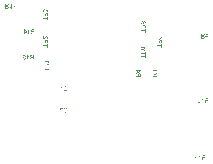
<source format=gbr>
G04*
G04 #@! TF.GenerationSoftware,Altium Limited,Altium Designer,23.10.1 (27)*
G04*
G04 Layer_Color=32896*
%FSLAX42Y42*%
%MOMM*%
G71*
G04*
G04 #@! TF.SameCoordinates,D788F153-7B32-47A3-9728-DC68925F5BF0*
G04*
G04*
G04 #@! TF.FilePolarity,Positive*
G04*
G01*
G75*
G36*
X166Y3181D02*
X167Y3180D01*
X168Y3180D01*
X169Y3180D01*
X169Y3180D01*
X170Y3180D01*
X171Y3179D01*
X171Y3179D01*
X172Y3179D01*
X172Y3178D01*
X173Y3178D01*
X173Y3178D01*
X173Y3178D01*
X174Y3177D01*
X174Y3177D01*
X174Y3177D01*
X174Y3177D01*
X175Y3176D01*
X175Y3175D01*
X176Y3175D01*
X176Y3174D01*
X176Y3173D01*
X177Y3172D01*
X177Y3171D01*
X177Y3171D01*
X177Y3170D01*
X177Y3170D01*
X177Y3170D01*
Y3169D01*
X177Y3168D01*
X177Y3167D01*
X177Y3166D01*
X177Y3166D01*
X176Y3165D01*
X176Y3165D01*
X176Y3164D01*
X176Y3164D01*
Y3164D01*
X175Y3163D01*
X175Y3162D01*
X174Y3162D01*
X174Y3161D01*
X173Y3161D01*
X173Y3160D01*
X172Y3160D01*
X172Y3160D01*
X173D01*
X174Y3160D01*
X175Y3160D01*
X176Y3160D01*
X177Y3160D01*
X177Y3160D01*
X178Y3160D01*
X179Y3161D01*
X179Y3161D01*
X180Y3161D01*
X180Y3161D01*
X180Y3161D01*
X181Y3161D01*
X181Y3161D01*
X181Y3161D01*
X181D01*
X182Y3162D01*
X183Y3162D01*
X184Y3163D01*
X185Y3164D01*
X185Y3164D01*
X185Y3164D01*
X186Y3165D01*
X186Y3165D01*
X186Y3165D01*
X186Y3166D01*
X187Y3167D01*
X187Y3167D01*
X187Y3168D01*
X187Y3168D01*
Y3169D01*
X187Y3170D01*
X187Y3171D01*
X186Y3171D01*
X186Y3172D01*
X186Y3173D01*
X185Y3173D01*
X185Y3173D01*
X185Y3173D01*
X184Y3174D01*
X184Y3174D01*
X183Y3175D01*
X183Y3175D01*
X182Y3175D01*
X181Y3175D01*
X181Y3175D01*
X181Y3175D01*
X181D01*
X181Y3180D01*
X183Y3180D01*
X184Y3179D01*
X186Y3179D01*
X187Y3178D01*
X187Y3177D01*
X188Y3177D01*
X188Y3177D01*
X188Y3177D01*
X188Y3177D01*
X188Y3177D01*
X188Y3176D01*
X189Y3176D01*
X189Y3175D01*
X190Y3174D01*
X190Y3173D01*
X191Y3172D01*
X191Y3171D01*
X191Y3170D01*
Y3170D01*
X191Y3169D01*
Y3169D01*
X191Y3168D01*
X191Y3167D01*
X190Y3166D01*
X190Y3165D01*
X190Y3164D01*
X189Y3163D01*
X189Y3163D01*
X189Y3162D01*
X188Y3161D01*
X188Y3161D01*
X188Y3160D01*
X187Y3160D01*
X187Y3160D01*
X187Y3160D01*
X187Y3159D01*
X186Y3159D01*
X185Y3159D01*
X184Y3158D01*
X183Y3157D01*
X182Y3157D01*
X180Y3157D01*
X179Y3156D01*
X178Y3156D01*
X176Y3156D01*
X175Y3156D01*
X174Y3155D01*
X173Y3155D01*
X172Y3155D01*
X171D01*
X171Y3155D01*
X171D01*
X170D01*
X170D01*
X170D01*
X169Y3155D01*
X167Y3155D01*
X165Y3156D01*
X164Y3156D01*
X163Y3156D01*
X161Y3156D01*
X160Y3157D01*
X159Y3157D01*
X159Y3157D01*
X158Y3158D01*
X157Y3158D01*
X157Y3158D01*
X156Y3159D01*
X156Y3159D01*
X156Y3159D01*
X156Y3159D01*
X155Y3160D01*
X155Y3160D01*
X154Y3161D01*
X154Y3162D01*
X153Y3163D01*
X153Y3164D01*
X153Y3164D01*
X152Y3165D01*
X152Y3166D01*
X152Y3167D01*
X152Y3167D01*
X152Y3168D01*
Y3168D01*
X152Y3168D01*
Y3169D01*
X152Y3170D01*
X152Y3171D01*
X152Y3172D01*
X153Y3173D01*
X153Y3174D01*
X153Y3174D01*
X153Y3174D01*
X153Y3175D01*
X153Y3175D01*
Y3175D01*
X154Y3176D01*
X155Y3177D01*
X156Y3177D01*
X156Y3178D01*
X157Y3178D01*
X158Y3179D01*
X158Y3179D01*
X158Y3179D01*
X158Y3179D01*
X158D01*
X159Y3180D01*
X160Y3180D01*
X162Y3180D01*
X163Y3180D01*
X164Y3181D01*
X164D01*
X164Y3181D01*
X164D01*
X165D01*
X165D01*
X165D01*
X166Y3181D01*
D02*
G37*
G36*
X181Y3151D02*
X182Y3151D01*
X183Y3151D01*
X183Y3150D01*
X184Y3150D01*
X184Y3150D01*
X185Y3150D01*
X185Y3150D01*
X186Y3149D01*
X186Y3149D01*
X187Y3148D01*
X188Y3148D01*
X188Y3147D01*
X188Y3147D01*
X188Y3147D01*
X189Y3147D01*
X189Y3146D01*
X189Y3145D01*
X190Y3144D01*
X190Y3144D01*
X190Y3143D01*
X190Y3142D01*
X190Y3142D01*
Y3142D01*
X190Y3141D01*
X191Y3140D01*
X191Y3139D01*
X191Y3138D01*
X191Y3137D01*
Y3122D01*
X152D01*
Y3127D01*
X168D01*
Y3137D01*
X168Y3138D01*
X168Y3139D01*
X168Y3141D01*
X169Y3142D01*
X169Y3143D01*
X169Y3144D01*
X169Y3145D01*
X170Y3145D01*
X170Y3146D01*
X170Y3146D01*
X171Y3147D01*
X171Y3147D01*
X171Y3147D01*
X171Y3148D01*
X171Y3148D01*
X171Y3148D01*
X172Y3148D01*
X173Y3149D01*
X173Y3149D01*
X174Y3150D01*
X175Y3150D01*
X175Y3150D01*
X177Y3151D01*
X177Y3151D01*
X178Y3151D01*
X178Y3151D01*
X179Y3151D01*
X179Y3151D01*
X179D01*
X180D01*
X180D01*
X181Y3151D01*
D02*
G37*
G36*
X191Y3086D02*
X186D01*
Y3099D01*
X152D01*
Y3104D01*
X186D01*
Y3116D01*
X191D01*
Y3086D01*
D02*
G37*
G36*
X-660Y3282D02*
X-659Y3282D01*
X-658Y3282D01*
X-657Y3281D01*
X-657Y3281D01*
X-656Y3281D01*
X-656Y3280D01*
X-656Y3280D01*
X-655Y3280D01*
X-654Y3279D01*
X-653Y3278D01*
X-653Y3277D01*
X-653Y3276D01*
X-653Y3276D01*
X-652Y3275D01*
X-652Y3275D01*
X-652Y3275D01*
Y3275D01*
X-652Y3276D01*
X-651Y3277D01*
X-651Y3277D01*
X-650Y3278D01*
X-650Y3278D01*
X-649Y3279D01*
X-649Y3279D01*
X-649Y3279D01*
X-648Y3279D01*
X-648Y3280D01*
X-647Y3280D01*
X-646Y3280D01*
X-645Y3280D01*
X-645Y3280D01*
X-645D01*
X-645D01*
X-644Y3280D01*
X-643Y3280D01*
X-642Y3280D01*
X-641Y3280D01*
X-641Y3279D01*
X-640Y3279D01*
X-640Y3279D01*
X-640Y3279D01*
X-639Y3278D01*
X-638Y3278D01*
X-637Y3277D01*
X-637Y3276D01*
X-637Y3276D01*
X-636Y3275D01*
X-636Y3275D01*
X-636Y3275D01*
Y3275D01*
X-636Y3274D01*
X-635Y3273D01*
X-635Y3272D01*
X-635Y3271D01*
X-635Y3270D01*
X-635Y3270D01*
Y3268D01*
X-635Y3267D01*
X-635Y3266D01*
X-635Y3265D01*
X-636Y3264D01*
X-636Y3263D01*
X-636Y3263D01*
X-637Y3262D01*
X-637Y3262D01*
X-637Y3262D01*
X-637Y3262D01*
X-637Y3262D01*
X-637Y3262D01*
X-638Y3260D01*
X-639Y3260D01*
X-641Y3259D01*
X-642Y3258D01*
X-643Y3258D01*
X-643Y3258D01*
X-644Y3258D01*
X-644Y3258D01*
X-644Y3258D01*
X-644Y3258D01*
X-645D01*
X-645Y3262D01*
X-644Y3263D01*
X-643Y3263D01*
X-642Y3263D01*
X-641Y3264D01*
X-641Y3264D01*
X-641Y3264D01*
X-640Y3265D01*
X-640Y3265D01*
X-640Y3265D01*
X-639Y3266D01*
X-639Y3267D01*
X-639Y3268D01*
X-639Y3268D01*
X-638Y3269D01*
Y3269D01*
X-639Y3270D01*
X-639Y3271D01*
X-639Y3272D01*
X-639Y3273D01*
X-640Y3273D01*
X-640Y3273D01*
X-640Y3274D01*
X-640Y3274D01*
X-641Y3274D01*
X-642Y3275D01*
X-642Y3275D01*
X-643Y3275D01*
X-644Y3275D01*
X-644Y3276D01*
X-644D01*
X-644D01*
X-644D01*
X-645D01*
X-646Y3275D01*
X-647Y3275D01*
X-647Y3275D01*
X-648Y3274D01*
X-649Y3274D01*
X-649Y3273D01*
X-649Y3273D01*
X-649Y3273D01*
Y3273D01*
X-650Y3272D01*
X-650Y3271D01*
X-650Y3270D01*
X-651Y3269D01*
X-651Y3269D01*
X-651Y3268D01*
Y3267D01*
X-651Y3267D01*
Y3267D01*
X-655Y3266D01*
X-655Y3267D01*
X-655Y3268D01*
X-655Y3268D01*
X-654Y3269D01*
X-654Y3269D01*
Y3270D01*
X-655Y3271D01*
X-655Y3272D01*
X-655Y3273D01*
X-655Y3274D01*
X-656Y3274D01*
X-656Y3275D01*
X-656Y3275D01*
X-657Y3275D01*
X-657Y3276D01*
X-658Y3276D01*
X-659Y3277D01*
X-660Y3277D01*
X-661Y3277D01*
X-661Y3277D01*
X-662Y3277D01*
X-662D01*
X-662D01*
X-662D01*
X-663Y3277D01*
X-664Y3277D01*
X-665Y3277D01*
X-666Y3276D01*
X-667Y3276D01*
X-667Y3275D01*
X-668Y3275D01*
X-668Y3275D01*
X-668Y3274D01*
X-669Y3273D01*
X-669Y3272D01*
X-670Y3271D01*
X-670Y3270D01*
X-670Y3270D01*
X-670Y3270D01*
Y3269D01*
X-670Y3268D01*
X-670Y3267D01*
X-669Y3267D01*
X-669Y3266D01*
X-669Y3265D01*
X-668Y3265D01*
X-668Y3265D01*
X-668Y3265D01*
X-667Y3264D01*
X-667Y3263D01*
X-666Y3263D01*
X-665Y3262D01*
X-664Y3262D01*
X-663Y3262D01*
X-663Y3262D01*
X-663Y3262D01*
X-663Y3262D01*
X-662Y3262D01*
X-662D01*
X-663Y3257D01*
X-664Y3257D01*
X-665Y3257D01*
X-666Y3258D01*
X-668Y3259D01*
X-668Y3259D01*
X-669Y3259D01*
X-669Y3260D01*
X-670Y3260D01*
X-670Y3260D01*
X-670Y3260D01*
X-670Y3261D01*
X-671Y3261D01*
X-671Y3261D01*
X-671Y3261D01*
X-671Y3262D01*
X-672Y3262D01*
X-672Y3263D01*
X-672Y3264D01*
X-673Y3265D01*
X-673Y3266D01*
X-673Y3267D01*
X-674Y3267D01*
X-674Y3268D01*
X-674Y3268D01*
X-674Y3269D01*
Y3269D01*
X-674Y3270D01*
X-674Y3271D01*
X-673Y3272D01*
X-673Y3273D01*
X-673Y3274D01*
X-673Y3275D01*
X-672Y3275D01*
X-672Y3276D01*
X-672Y3277D01*
X-671Y3277D01*
X-671Y3278D01*
X-671Y3278D01*
X-671Y3278D01*
X-670Y3278D01*
X-670Y3278D01*
X-670Y3279D01*
X-670Y3279D01*
X-669Y3280D01*
X-668Y3280D01*
X-667Y3281D01*
X-667Y3281D01*
X-666Y3281D01*
X-665Y3282D01*
X-664Y3282D01*
X-664Y3282D01*
X-663Y3282D01*
X-663Y3282D01*
X-662Y3282D01*
X-662D01*
X-662D01*
X-662D01*
X-660Y3282D01*
D02*
G37*
G36*
X-645Y3252D02*
X-644Y3252D01*
X-643Y3252D01*
X-642Y3252D01*
X-642Y3252D01*
X-641Y3252D01*
X-641Y3251D01*
X-641Y3251D01*
X-640Y3251D01*
X-639Y3250D01*
X-638Y3250D01*
X-638Y3249D01*
X-638Y3249D01*
X-637Y3249D01*
X-637Y3248D01*
X-637Y3248D01*
X-637Y3248D01*
X-636Y3247D01*
X-636Y3246D01*
X-636Y3245D01*
X-635Y3245D01*
X-635Y3244D01*
X-635Y3244D01*
Y3244D01*
X-635Y3243D01*
X-635Y3242D01*
X-635Y3241D01*
X-635Y3240D01*
X-635Y3239D01*
Y3223D01*
X-673D01*
Y3228D01*
X-658D01*
Y3238D01*
X-657Y3240D01*
X-657Y3241D01*
X-657Y3242D01*
X-657Y3243D01*
X-657Y3244D01*
X-656Y3245D01*
X-656Y3246D01*
X-656Y3247D01*
X-656Y3247D01*
X-655Y3248D01*
X-655Y3248D01*
X-655Y3249D01*
X-654Y3249D01*
X-654Y3249D01*
X-654Y3249D01*
X-654Y3249D01*
X-653Y3250D01*
X-653Y3250D01*
X-652Y3251D01*
X-651Y3251D01*
X-651Y3252D01*
X-650Y3252D01*
X-649Y3252D01*
X-648Y3252D01*
X-648Y3252D01*
X-647Y3252D01*
X-647Y3252D01*
X-646Y3253D01*
X-646D01*
X-646D01*
X-646D01*
X-645Y3252D01*
D02*
G37*
G36*
X-635Y3188D02*
X-639D01*
Y3200D01*
X-673D01*
Y3205D01*
X-639D01*
Y3218D01*
X-635D01*
Y3188D01*
D02*
G37*
G36*
X-669Y3034D02*
X-668Y3035D01*
X-667Y3035D01*
X-667Y3036D01*
X-667Y3036D01*
X-666Y3036D01*
X-666Y3036D01*
X-666Y3036D01*
X-666Y3037D01*
X-666Y3037D01*
X-665Y3038D01*
X-664Y3039D01*
X-663Y3040D01*
X-662Y3040D01*
X-662Y3041D01*
X-662Y3041D01*
X-662Y3041D01*
X-661Y3042D01*
X-661Y3042D01*
X-661Y3042D01*
X-660Y3043D01*
X-660Y3044D01*
X-659Y3044D01*
X-658Y3045D01*
X-658Y3046D01*
X-657Y3046D01*
X-657Y3047D01*
X-656Y3047D01*
X-656Y3048D01*
X-655Y3048D01*
X-655Y3048D01*
X-655Y3049D01*
X-655Y3049D01*
X-654Y3049D01*
X-654Y3050D01*
X-653Y3050D01*
X-652Y3051D01*
X-651Y3051D01*
X-651Y3052D01*
X-650Y3052D01*
X-650Y3052D01*
X-650Y3052D01*
X-649Y3053D01*
X-648Y3053D01*
X-647Y3053D01*
X-647Y3053D01*
X-646Y3053D01*
X-646Y3053D01*
X-645D01*
X-645D01*
X-644Y3053D01*
X-644Y3053D01*
X-643Y3053D01*
X-642Y3053D01*
X-641Y3052D01*
X-640Y3052D01*
X-639Y3051D01*
X-639Y3051D01*
X-639Y3051D01*
X-638Y3050D01*
X-638Y3050D01*
X-638Y3050D01*
X-638Y3050D01*
X-638Y3050D01*
X-637Y3049D01*
X-637Y3049D01*
X-636Y3048D01*
X-636Y3047D01*
X-635Y3046D01*
X-635Y3044D01*
X-635Y3044D01*
X-635Y3043D01*
X-635Y3043D01*
X-635Y3042D01*
X-635Y3042D01*
Y3041D01*
X-635Y3040D01*
X-635Y3039D01*
X-635Y3038D01*
X-635Y3038D01*
X-635Y3037D01*
X-636Y3036D01*
X-636Y3035D01*
X-636Y3035D01*
X-636Y3034D01*
X-637Y3034D01*
X-637Y3033D01*
X-637Y3033D01*
X-637Y3033D01*
X-637Y3033D01*
X-637Y3032D01*
X-637Y3032D01*
X-638Y3032D01*
X-639Y3031D01*
X-639Y3031D01*
X-640Y3030D01*
X-641Y3030D01*
X-643Y3029D01*
X-643Y3029D01*
X-644Y3029D01*
X-644Y3029D01*
X-645Y3029D01*
X-645Y3029D01*
X-645D01*
X-646Y3029D01*
X-646D01*
X-646Y3034D01*
X-645Y3034D01*
X-644Y3034D01*
X-643Y3034D01*
X-642Y3035D01*
X-641Y3035D01*
X-641Y3035D01*
X-641Y3035D01*
X-641Y3036D01*
X-640Y3036D01*
X-639Y3037D01*
X-639Y3038D01*
X-639Y3039D01*
X-639Y3040D01*
X-639Y3040D01*
X-638Y3041D01*
Y3041D01*
X-639Y3042D01*
X-639Y3043D01*
X-639Y3044D01*
X-639Y3045D01*
X-640Y3046D01*
X-640Y3046D01*
X-640Y3046D01*
X-640Y3046D01*
X-641Y3047D01*
X-642Y3047D01*
X-643Y3048D01*
X-644Y3048D01*
X-644Y3048D01*
X-645Y3048D01*
X-645Y3048D01*
X-645D01*
X-645D01*
X-646Y3048D01*
X-647Y3048D01*
X-648Y3048D01*
X-649Y3047D01*
X-650Y3047D01*
X-650Y3046D01*
X-651Y3046D01*
X-651Y3046D01*
X-651Y3046D01*
X-651D01*
X-651Y3046D01*
X-652Y3045D01*
X-653Y3044D01*
X-653Y3044D01*
X-655Y3042D01*
X-656Y3041D01*
X-657Y3040D01*
X-657Y3040D01*
X-658Y3039D01*
X-658Y3039D01*
X-658Y3038D01*
X-659Y3038D01*
X-659Y3038D01*
X-659Y3038D01*
X-660Y3036D01*
X-661Y3035D01*
X-662Y3034D01*
X-663Y3033D01*
X-664Y3032D01*
X-664Y3032D01*
X-665Y3032D01*
X-665Y3031D01*
X-665D01*
X-666Y3031D01*
X-667Y3030D01*
X-667Y3030D01*
X-668Y3029D01*
X-669Y3029D01*
X-669Y3029D01*
X-670Y3028D01*
X-670Y3028D01*
X-670D01*
X-670Y3028D01*
X-671Y3028D01*
X-672Y3028D01*
X-672Y3028D01*
X-672Y3028D01*
X-673D01*
X-673D01*
X-673D01*
Y3053D01*
X-669D01*
Y3034D01*
D02*
G37*
G36*
X-645Y3024D02*
X-644Y3024D01*
X-643Y3024D01*
X-642Y3023D01*
X-642Y3023D01*
X-641Y3023D01*
X-641Y3023D01*
X-641Y3023D01*
X-640Y3022D01*
X-639Y3022D01*
X-638Y3021D01*
X-638Y3021D01*
X-638Y3020D01*
X-637Y3020D01*
X-637Y3020D01*
X-637Y3020D01*
X-637Y3019D01*
X-636Y3018D01*
X-636Y3017D01*
X-636Y3017D01*
X-635Y3016D01*
X-635Y3015D01*
X-635Y3015D01*
Y3015D01*
X-635Y3014D01*
X-635Y3013D01*
X-635Y3012D01*
X-635Y3011D01*
X-635Y3010D01*
Y2995D01*
X-673D01*
Y3000D01*
X-658D01*
Y3010D01*
X-657Y3011D01*
X-657Y3012D01*
X-657Y3014D01*
X-657Y3015D01*
X-657Y3016D01*
X-656Y3017D01*
X-656Y3018D01*
X-656Y3018D01*
X-656Y3019D01*
X-655Y3019D01*
X-655Y3020D01*
X-655Y3020D01*
X-654Y3020D01*
X-654Y3021D01*
X-654Y3021D01*
X-654Y3021D01*
X-653Y3021D01*
X-653Y3022D01*
X-652Y3022D01*
X-651Y3023D01*
X-651Y3023D01*
X-650Y3023D01*
X-649Y3024D01*
X-648Y3024D01*
X-648Y3024D01*
X-647Y3024D01*
X-647Y3024D01*
X-646Y3024D01*
X-646D01*
X-646D01*
X-646D01*
X-645Y3024D01*
D02*
G37*
G36*
X-635Y2959D02*
X-639D01*
Y2972D01*
X-673D01*
Y2977D01*
X-639D01*
Y2989D01*
X-635D01*
Y2959D01*
D02*
G37*
G36*
X-807Y2895D02*
X-806Y2894D01*
X-806Y2893D01*
X-805Y2892D01*
X-804Y2892D01*
X-804Y2891D01*
X-804Y2891D01*
X-803Y2891D01*
X-803Y2891D01*
X-803Y2891D01*
X-802Y2890D01*
X-801Y2889D01*
X-800Y2888D01*
X-799Y2888D01*
X-798Y2887D01*
X-797Y2887D01*
X-797Y2887D01*
X-797Y2887D01*
X-797Y2886D01*
X-797Y2886D01*
X-796D01*
Y2882D01*
X-797Y2882D01*
X-798Y2883D01*
X-799Y2883D01*
X-800Y2883D01*
X-800Y2884D01*
X-801Y2884D01*
X-801Y2884D01*
X-801Y2884D01*
X-801D01*
X-802Y2885D01*
X-803Y2885D01*
X-804Y2886D01*
X-805Y2886D01*
X-805Y2887D01*
X-806Y2887D01*
X-806Y2887D01*
X-806Y2887D01*
Y2858D01*
X-811D01*
Y2896D01*
X-808D01*
X-807Y2895D01*
D02*
G37*
G36*
X-823Y2876D02*
X-828Y2875D01*
X-828Y2876D01*
X-829Y2876D01*
X-829Y2877D01*
X-830Y2877D01*
X-830Y2877D01*
X-830Y2878D01*
X-831Y2878D01*
X-831Y2878D01*
X-831Y2878D01*
X-832Y2878D01*
X-833Y2878D01*
X-833Y2879D01*
X-834Y2879D01*
X-834Y2879D01*
X-836D01*
X-836Y2879D01*
X-837Y2878D01*
X-838Y2878D01*
X-839Y2878D01*
X-840Y2877D01*
X-840Y2877D01*
X-841Y2876D01*
X-841Y2876D01*
Y2876D01*
X-842Y2875D01*
X-842Y2874D01*
X-843Y2873D01*
X-843Y2872D01*
X-843Y2871D01*
X-843Y2871D01*
Y2871D01*
X-843Y2870D01*
Y2870D01*
Y2870D01*
Y2870D01*
Y2869D01*
X-843Y2869D01*
X-843Y2867D01*
X-842Y2866D01*
X-842Y2865D01*
X-841Y2864D01*
X-841Y2864D01*
X-841Y2864D01*
X-841Y2863D01*
X-841Y2863D01*
X-841Y2863D01*
X-840Y2863D01*
X-840Y2862D01*
X-839Y2862D01*
X-838Y2861D01*
X-837Y2861D01*
X-836Y2861D01*
X-835Y2861D01*
X-835Y2861D01*
X-835D01*
X-834Y2861D01*
X-833Y2861D01*
X-832Y2861D01*
X-831Y2862D01*
X-831Y2862D01*
X-830Y2862D01*
X-830Y2862D01*
X-830Y2862D01*
X-829Y2863D01*
X-829Y2864D01*
X-828Y2865D01*
X-828Y2866D01*
X-828Y2867D01*
X-828Y2867D01*
X-828Y2868D01*
X-828Y2868D01*
Y2868D01*
Y2868D01*
X-823Y2868D01*
X-823Y2867D01*
X-823Y2866D01*
X-823Y2864D01*
X-824Y2863D01*
X-824Y2862D01*
X-825Y2862D01*
X-825Y2861D01*
X-825Y2861D01*
X-826Y2861D01*
X-826Y2860D01*
X-826Y2860D01*
X-826Y2860D01*
X-826Y2860D01*
X-826Y2860D01*
X-827Y2859D01*
X-828Y2859D01*
X-828Y2858D01*
X-829Y2858D01*
X-831Y2858D01*
X-832Y2857D01*
X-833Y2857D01*
X-833Y2857D01*
X-834Y2857D01*
X-834Y2857D01*
X-834Y2857D01*
X-835D01*
X-836Y2857D01*
X-837Y2857D01*
X-838Y2857D01*
X-839Y2858D01*
X-840Y2858D01*
X-841Y2858D01*
X-842Y2859D01*
X-842Y2859D01*
X-843Y2860D01*
X-844Y2860D01*
X-844Y2860D01*
X-844Y2861D01*
X-845Y2861D01*
X-845Y2861D01*
X-845Y2861D01*
X-845Y2861D01*
X-846Y2862D01*
X-846Y2863D01*
X-846Y2864D01*
X-847Y2864D01*
X-847Y2866D01*
X-848Y2867D01*
X-848Y2868D01*
X-848Y2869D01*
X-848Y2869D01*
X-848Y2870D01*
X-848Y2870D01*
Y2870D01*
Y2870D01*
Y2870D01*
X-848Y2871D01*
X-848Y2872D01*
X-848Y2873D01*
X-848Y2874D01*
X-847Y2875D01*
X-847Y2876D01*
X-847Y2876D01*
X-846Y2877D01*
X-846Y2878D01*
X-846Y2878D01*
X-845Y2878D01*
X-845Y2879D01*
X-845Y2879D01*
X-845Y2879D01*
X-845Y2879D01*
X-845Y2879D01*
X-844Y2880D01*
X-843Y2881D01*
X-843Y2881D01*
X-842Y2881D01*
X-841Y2882D01*
X-840Y2882D01*
X-839Y2882D01*
X-838Y2883D01*
X-838Y2883D01*
X-837Y2883D01*
X-837Y2883D01*
X-837Y2883D01*
X-835D01*
X-835Y2883D01*
X-833Y2883D01*
X-832Y2882D01*
X-831Y2882D01*
X-830Y2881D01*
X-830Y2881D01*
X-829Y2881D01*
X-829Y2881D01*
X-829Y2881D01*
X-829Y2881D01*
X-829Y2880D01*
X-831Y2891D01*
X-846D01*
Y2895D01*
X-827D01*
X-823Y2876D01*
D02*
G37*
G36*
X-756Y2858D02*
X-761D01*
Y2874D01*
X-768D01*
X-768Y2874D01*
X-769D01*
X-769Y2874D01*
X-770Y2874D01*
X-770D01*
X-770Y2874D01*
X-770D01*
X-771Y2874D01*
X-771Y2874D01*
X-772Y2874D01*
X-772Y2874D01*
X-772Y2873D01*
X-772Y2873D01*
X-772Y2873D01*
X-773Y2873D01*
X-773Y2873D01*
X-774Y2872D01*
X-774Y2871D01*
X-775Y2871D01*
X-775Y2871D01*
X-775Y2871D01*
X-775Y2870D01*
X-776Y2869D01*
X-777Y2868D01*
X-777Y2867D01*
X-778Y2867D01*
X-778Y2866D01*
X-778Y2866D01*
X-778Y2866D01*
X-779Y2866D01*
Y2865D01*
X-784Y2858D01*
X-790D01*
X-783Y2868D01*
X-783Y2869D01*
X-782Y2870D01*
X-781Y2871D01*
X-780Y2872D01*
X-780Y2872D01*
X-779Y2873D01*
X-779Y2873D01*
X-779Y2873D01*
X-779Y2873D01*
X-778Y2874D01*
X-777Y2874D01*
X-777Y2875D01*
X-776Y2875D01*
X-776Y2875D01*
X-776Y2875D01*
X-777Y2875D01*
X-778Y2875D01*
X-779Y2876D01*
X-780Y2876D01*
X-780Y2876D01*
X-781Y2876D01*
X-782Y2877D01*
X-782Y2877D01*
X-783Y2877D01*
X-783Y2878D01*
X-783Y2878D01*
X-784Y2878D01*
X-784Y2878D01*
X-784Y2878D01*
X-784Y2878D01*
X-784Y2878D01*
X-785Y2879D01*
X-785Y2880D01*
X-786Y2881D01*
X-786Y2882D01*
X-786Y2883D01*
X-787Y2884D01*
X-787Y2884D01*
Y2885D01*
X-787Y2885D01*
Y2885D01*
Y2885D01*
Y2885D01*
X-787Y2887D01*
X-787Y2888D01*
X-786Y2889D01*
X-786Y2889D01*
X-786Y2890D01*
X-785Y2891D01*
X-785Y2891D01*
X-785Y2891D01*
Y2891D01*
X-785Y2892D01*
X-784Y2893D01*
X-783Y2893D01*
X-783Y2894D01*
X-782Y2894D01*
X-781Y2895D01*
X-781Y2895D01*
X-781Y2895D01*
X-781D01*
X-780Y2895D01*
X-780Y2895D01*
X-779Y2895D01*
X-777Y2896D01*
X-776Y2896D01*
X-775Y2896D01*
X-774D01*
X-774Y2896D01*
X-756D01*
Y2858D01*
D02*
G37*
G36*
X166Y2965D02*
X167Y2965D01*
X168Y2965D01*
X169Y2964D01*
X170Y2964D01*
X171Y2964D01*
X171Y2964D01*
X172Y2963D01*
X172Y2963D01*
X173Y2963D01*
X173Y2962D01*
X174Y2962D01*
X174Y2962D01*
X174Y2962D01*
X174Y2962D01*
X174Y2962D01*
X175Y2961D01*
X175Y2960D01*
X176Y2959D01*
X176Y2959D01*
X177Y2958D01*
X177Y2957D01*
X177Y2956D01*
X178Y2955D01*
X178Y2955D01*
X178Y2954D01*
X178Y2954D01*
X178Y2954D01*
Y2952D01*
X178Y2952D01*
X177Y2950D01*
X177Y2949D01*
X177Y2948D01*
X176Y2947D01*
X176Y2947D01*
X176Y2946D01*
X176Y2946D01*
X175Y2946D01*
X175Y2946D01*
X175Y2946D01*
X186Y2948D01*
Y2963D01*
X190D01*
Y2944D01*
X171Y2940D01*
X170Y2945D01*
X171Y2945D01*
X171Y2946D01*
X172Y2946D01*
X172Y2947D01*
X172Y2947D01*
X172Y2947D01*
X173Y2948D01*
X173Y2948D01*
X173Y2948D01*
X173Y2949D01*
X173Y2950D01*
X174Y2950D01*
X174Y2951D01*
X174Y2951D01*
Y2952D01*
X174Y2953D01*
X173Y2954D01*
X173Y2955D01*
X173Y2956D01*
X172Y2957D01*
X172Y2957D01*
X171Y2958D01*
X171Y2958D01*
X171D01*
X170Y2959D01*
X169Y2959D01*
X168Y2959D01*
X167Y2960D01*
X166Y2960D01*
X166Y2960D01*
X166D01*
X165Y2960D01*
X165D01*
X165D01*
X165D01*
X164D01*
X163Y2960D01*
X162Y2960D01*
X161Y2959D01*
X160Y2959D01*
X159Y2958D01*
X159Y2958D01*
X158Y2958D01*
X158Y2958D01*
X158Y2958D01*
X158Y2958D01*
X158Y2957D01*
X157Y2957D01*
X157Y2956D01*
X156Y2955D01*
X156Y2954D01*
X156Y2953D01*
X156Y2952D01*
X156Y2952D01*
Y2952D01*
X156Y2951D01*
X156Y2950D01*
X156Y2949D01*
X156Y2948D01*
X157Y2948D01*
X157Y2947D01*
X157Y2947D01*
X157Y2947D01*
X158Y2946D01*
X159Y2946D01*
X160Y2945D01*
X161Y2945D01*
X162Y2945D01*
X162Y2945D01*
X162Y2945D01*
X163Y2945D01*
X163D01*
X163D01*
X162Y2940D01*
X162Y2940D01*
X161Y2940D01*
X159Y2940D01*
X158Y2941D01*
X157Y2941D01*
X157Y2942D01*
X156Y2942D01*
X156Y2942D01*
X155Y2943D01*
X155Y2943D01*
X155Y2943D01*
X155Y2943D01*
X155Y2943D01*
X155Y2943D01*
X154Y2944D01*
X154Y2945D01*
X153Y2945D01*
X153Y2946D01*
X152Y2947D01*
X152Y2949D01*
X152Y2949D01*
X152Y2950D01*
X152Y2951D01*
X152Y2951D01*
X152Y2951D01*
Y2952D01*
X152Y2953D01*
X152Y2954D01*
X152Y2955D01*
X152Y2956D01*
X153Y2957D01*
X153Y2958D01*
X154Y2959D01*
X154Y2959D01*
X155Y2960D01*
X155Y2960D01*
X155Y2961D01*
X156Y2961D01*
X156Y2962D01*
X156Y2962D01*
X156Y2962D01*
X156Y2962D01*
X157Y2963D01*
X158Y2963D01*
X159Y2963D01*
X159Y2964D01*
X161Y2964D01*
X162Y2965D01*
X163Y2965D01*
X164Y2965D01*
X164Y2965D01*
X164Y2965D01*
X165Y2965D01*
X165D01*
X165D01*
X165D01*
X166Y2965D01*
D02*
G37*
G36*
X181Y2935D02*
X182Y2935D01*
X183Y2935D01*
X183Y2934D01*
X184Y2934D01*
X184Y2934D01*
X185Y2934D01*
X185Y2934D01*
X186Y2933D01*
X186Y2933D01*
X187Y2932D01*
X188Y2932D01*
X188Y2931D01*
X188Y2931D01*
X188Y2931D01*
X189Y2931D01*
X189Y2930D01*
X189Y2929D01*
X190Y2928D01*
X190Y2928D01*
X190Y2927D01*
X190Y2927D01*
X190Y2926D01*
Y2926D01*
X190Y2925D01*
X191Y2924D01*
X191Y2923D01*
X191Y2922D01*
X191Y2922D01*
Y2906D01*
X152D01*
Y2911D01*
X168D01*
Y2921D01*
X168Y2922D01*
X168Y2924D01*
X168Y2925D01*
X169Y2926D01*
X169Y2927D01*
X169Y2928D01*
X169Y2929D01*
X170Y2929D01*
X170Y2930D01*
X170Y2931D01*
X171Y2931D01*
X171Y2931D01*
X171Y2932D01*
X171Y2932D01*
X171Y2932D01*
X171Y2932D01*
X172Y2932D01*
X173Y2933D01*
X173Y2933D01*
X174Y2934D01*
X175Y2934D01*
X175Y2934D01*
X177Y2935D01*
X177Y2935D01*
X178Y2935D01*
X178Y2935D01*
X179Y2935D01*
X179Y2935D01*
X179D01*
X180D01*
X180D01*
X181Y2935D01*
D02*
G37*
G36*
X191Y2870D02*
X186D01*
Y2883D01*
X152D01*
Y2888D01*
X186D01*
Y2901D01*
X191D01*
Y2870D01*
D02*
G37*
G36*
X306Y3048D02*
X330D01*
Y3044D01*
X306Y3027D01*
X301D01*
Y3044D01*
X292D01*
Y3048D01*
X301D01*
Y3053D01*
X306D01*
Y3048D01*
D02*
G37*
G36*
X320Y3024D02*
X321Y3024D01*
X322Y3024D01*
X323Y3023D01*
X324Y3023D01*
X324Y3023D01*
X324Y3023D01*
X325Y3023D01*
X325Y3022D01*
X326Y3022D01*
X327Y3021D01*
X327Y3021D01*
X328Y3020D01*
X328Y3020D01*
X328Y3020D01*
X328Y3020D01*
X329Y3019D01*
X329Y3018D01*
X329Y3017D01*
X330Y3017D01*
X330Y3016D01*
X330Y3015D01*
X330Y3015D01*
Y3015D01*
X330Y3014D01*
X330Y3013D01*
X330Y3012D01*
X330Y3011D01*
X330Y3010D01*
Y2995D01*
X292D01*
Y3000D01*
X308D01*
Y3010D01*
X308Y3011D01*
X308Y3012D01*
X308Y3014D01*
X308Y3015D01*
X308Y3016D01*
X309Y3017D01*
X309Y3018D01*
X309Y3018D01*
X310Y3019D01*
X310Y3019D01*
X310Y3020D01*
X311Y3020D01*
X311Y3020D01*
X311Y3021D01*
X311Y3021D01*
X311Y3021D01*
X312Y3021D01*
X312Y3022D01*
X313Y3022D01*
X314Y3023D01*
X314Y3023D01*
X315Y3023D01*
X316Y3024D01*
X317Y3024D01*
X318Y3024D01*
X318Y3024D01*
X318Y3024D01*
X319Y3024D01*
X319D01*
X319D01*
X319D01*
X320Y3024D01*
D02*
G37*
G36*
X330Y2959D02*
X326D01*
Y2972D01*
X292D01*
Y2977D01*
X326D01*
Y2989D01*
X330D01*
Y2959D01*
D02*
G37*
G36*
X128Y2767D02*
X153D01*
Y2764D01*
X128Y2746D01*
X123D01*
Y2763D01*
X114D01*
Y2767D01*
X123D01*
Y2773D01*
X128D01*
Y2767D01*
D02*
G37*
G36*
X125Y2738D02*
X126Y2737D01*
X127Y2736D01*
X128Y2736D01*
X128Y2735D01*
X129Y2735D01*
X129Y2734D01*
X130Y2734D01*
X130Y2734D01*
X130Y2733D01*
X131Y2733D01*
X131Y2732D01*
X131Y2731D01*
X132Y2731D01*
X132Y2731D01*
X132Y2731D01*
X132Y2732D01*
X132Y2733D01*
X132Y2733D01*
X133Y2734D01*
X133Y2735D01*
X133Y2736D01*
X133Y2736D01*
X134Y2737D01*
X134Y2737D01*
X134Y2738D01*
X135Y2738D01*
X135Y2738D01*
X135Y2739D01*
X135Y2739D01*
X135Y2739D01*
X135Y2739D01*
X136Y2739D01*
X136Y2740D01*
X138Y2740D01*
X139Y2741D01*
X140Y2741D01*
X141Y2741D01*
X141Y2741D01*
X141D01*
X142Y2742D01*
X142D01*
X142D01*
X142D01*
X143Y2741D01*
X144Y2741D01*
X145Y2741D01*
X146Y2741D01*
X147Y2740D01*
X147Y2740D01*
X148Y2740D01*
X148Y2740D01*
X148D01*
X149Y2739D01*
X150Y2739D01*
X150Y2738D01*
X151Y2737D01*
X151Y2737D01*
X151Y2736D01*
X152Y2736D01*
X152Y2736D01*
Y2736D01*
X152Y2735D01*
X152Y2735D01*
X152Y2733D01*
X152Y2732D01*
X153Y2731D01*
X153Y2730D01*
Y2729D01*
X153Y2729D01*
Y2711D01*
X114D01*
Y2716D01*
X131D01*
Y2723D01*
X131Y2723D01*
Y2724D01*
X131Y2724D01*
X131Y2724D01*
Y2724D01*
X131Y2725D01*
Y2725D01*
X131Y2726D01*
X131Y2726D01*
X130Y2726D01*
X130Y2727D01*
X130Y2727D01*
X130Y2727D01*
X130Y2727D01*
X130Y2727D01*
X129Y2728D01*
X129Y2729D01*
X128Y2729D01*
X128Y2729D01*
X128Y2730D01*
X128Y2730D01*
X127Y2730D01*
X126Y2731D01*
X125Y2731D01*
X124Y2732D01*
X123Y2732D01*
X123Y2733D01*
X123Y2733D01*
X122Y2733D01*
X122Y2733D01*
X122D01*
X114Y2738D01*
Y2745D01*
X125Y2738D01*
D02*
G37*
G36*
X267Y2773D02*
X268Y2772D01*
X269Y2772D01*
X270Y2772D01*
X271Y2771D01*
X271Y2771D01*
X271Y2771D01*
X271Y2771D01*
X272Y2770D01*
X273Y2769D01*
X274Y2768D01*
X274Y2767D01*
X274Y2767D01*
X275Y2766D01*
X275Y2766D01*
X275Y2766D01*
X275Y2766D01*
Y2765D01*
X275Y2766D01*
X276Y2767D01*
X276Y2768D01*
X277Y2768D01*
X277Y2769D01*
X278Y2769D01*
X278Y2769D01*
X278Y2769D01*
X279Y2770D01*
X280Y2770D01*
X280Y2770D01*
X281Y2771D01*
X282Y2771D01*
X282Y2771D01*
X282D01*
X283D01*
X283Y2771D01*
X284Y2771D01*
X285Y2770D01*
X286Y2770D01*
X287Y2770D01*
X287Y2770D01*
X287Y2769D01*
X287Y2769D01*
X288Y2769D01*
X289Y2768D01*
X290Y2767D01*
X290Y2767D01*
X291Y2766D01*
X291Y2766D01*
X291Y2765D01*
X291Y2765D01*
Y2765D01*
X292Y2764D01*
X292Y2763D01*
X292Y2762D01*
X292Y2761D01*
X292Y2761D01*
X292Y2760D01*
Y2759D01*
X292Y2758D01*
X292Y2756D01*
X292Y2755D01*
X291Y2754D01*
X291Y2754D01*
X291Y2753D01*
X290Y2753D01*
X290Y2753D01*
X290Y2752D01*
X290Y2752D01*
X290Y2752D01*
X290Y2752D01*
X289Y2751D01*
X288Y2750D01*
X286Y2749D01*
X285Y2749D01*
X284Y2749D01*
X284Y2748D01*
X283Y2748D01*
X283Y2748D01*
X283Y2748D01*
X283Y2748D01*
X283D01*
X282Y2753D01*
X283Y2753D01*
X284Y2753D01*
X285Y2754D01*
X286Y2754D01*
X286Y2755D01*
X287Y2755D01*
X287Y2755D01*
X287Y2755D01*
X287Y2756D01*
X288Y2757D01*
X288Y2757D01*
X288Y2758D01*
X288Y2759D01*
X289Y2759D01*
Y2760D01*
X289Y2761D01*
X288Y2762D01*
X288Y2762D01*
X288Y2763D01*
X287Y2764D01*
X287Y2764D01*
X287Y2764D01*
X287Y2764D01*
X286Y2765D01*
X286Y2765D01*
X285Y2766D01*
X284Y2766D01*
X284Y2766D01*
X283Y2766D01*
X283D01*
X283D01*
X283D01*
X282D01*
X281Y2766D01*
X281Y2766D01*
X280Y2765D01*
X279Y2765D01*
X278Y2764D01*
X278Y2764D01*
X278Y2764D01*
X278Y2764D01*
Y2764D01*
X277Y2763D01*
X277Y2762D01*
X277Y2761D01*
X276Y2760D01*
X276Y2759D01*
X276Y2759D01*
Y2758D01*
X276Y2758D01*
Y2757D01*
X272Y2757D01*
X272Y2758D01*
X272Y2758D01*
X273Y2759D01*
X273Y2759D01*
X273Y2760D01*
Y2760D01*
X273Y2761D01*
X272Y2762D01*
X272Y2763D01*
X272Y2764D01*
X271Y2765D01*
X271Y2765D01*
X271Y2765D01*
X271Y2766D01*
X270Y2766D01*
X269Y2767D01*
X268Y2767D01*
X267Y2767D01*
X266Y2768D01*
X266Y2768D01*
X266Y2768D01*
X265D01*
X265D01*
X265D01*
X264Y2768D01*
X263Y2767D01*
X262Y2767D01*
X261Y2767D01*
X260Y2766D01*
X260Y2766D01*
X260Y2765D01*
X259Y2765D01*
X259Y2765D01*
X258Y2764D01*
X258Y2763D01*
X257Y2762D01*
X257Y2761D01*
X257Y2760D01*
X257Y2760D01*
Y2760D01*
X257Y2759D01*
X257Y2758D01*
X258Y2757D01*
X258Y2756D01*
X258Y2756D01*
X259Y2755D01*
X259Y2755D01*
X259Y2755D01*
X260Y2754D01*
X261Y2754D01*
X262Y2753D01*
X263Y2753D01*
X263Y2753D01*
X264Y2753D01*
X264Y2752D01*
X264Y2752D01*
X265Y2752D01*
X265Y2752D01*
X265D01*
X264Y2748D01*
X263Y2748D01*
X262Y2748D01*
X261Y2748D01*
X260Y2749D01*
X259Y2749D01*
X258Y2750D01*
X258Y2750D01*
X258Y2750D01*
X257Y2751D01*
X257Y2751D01*
X257Y2751D01*
X256Y2751D01*
X256Y2751D01*
X256Y2751D01*
X256Y2752D01*
X255Y2753D01*
X255Y2753D01*
X255Y2754D01*
X254Y2755D01*
X254Y2757D01*
X254Y2757D01*
X254Y2758D01*
X253Y2758D01*
X253Y2759D01*
X253Y2759D01*
Y2760D01*
X253Y2761D01*
X254Y2762D01*
X254Y2763D01*
X254Y2764D01*
X254Y2764D01*
X254Y2765D01*
X255Y2766D01*
X255Y2766D01*
X255Y2767D01*
X256Y2768D01*
X256Y2768D01*
X256Y2768D01*
X256Y2769D01*
X257Y2769D01*
X257Y2769D01*
X257Y2769D01*
X257Y2770D01*
X258Y2770D01*
X259Y2771D01*
X260Y2771D01*
X260Y2771D01*
X261Y2772D01*
X262Y2772D01*
X263Y2772D01*
X264Y2772D01*
X264Y2773D01*
X264Y2773D01*
X265Y2773D01*
X265D01*
X265D01*
X265D01*
X267Y2773D01*
D02*
G37*
G36*
X264Y2738D02*
X266Y2737D01*
X267Y2736D01*
X267Y2736D01*
X268Y2735D01*
X269Y2735D01*
X269Y2734D01*
X269Y2734D01*
X270Y2734D01*
X270Y2733D01*
X270Y2733D01*
X271Y2732D01*
X271Y2731D01*
X271Y2731D01*
X271Y2731D01*
X271Y2731D01*
X272Y2732D01*
X272Y2733D01*
X272Y2733D01*
X272Y2734D01*
X273Y2735D01*
X273Y2736D01*
X273Y2736D01*
X273Y2737D01*
X274Y2737D01*
X274Y2738D01*
X274Y2738D01*
X274Y2738D01*
X275Y2739D01*
X275Y2739D01*
X275Y2739D01*
X275Y2739D01*
X275Y2739D01*
X276Y2740D01*
X277Y2740D01*
X278Y2741D01*
X279Y2741D01*
X280Y2741D01*
X281Y2741D01*
X281D01*
X281Y2742D01*
X282D01*
X282D01*
X282D01*
X283Y2741D01*
X284Y2741D01*
X285Y2741D01*
X286Y2741D01*
X287Y2740D01*
X287Y2740D01*
X288Y2740D01*
X288Y2740D01*
X288D01*
X288Y2739D01*
X289Y2739D01*
X290Y2738D01*
X290Y2737D01*
X291Y2737D01*
X291Y2736D01*
X291Y2736D01*
X291Y2736D01*
Y2736D01*
X291Y2735D01*
X292Y2735D01*
X292Y2733D01*
X292Y2732D01*
X292Y2731D01*
X292Y2730D01*
Y2729D01*
X292Y2729D01*
Y2711D01*
X254D01*
Y2716D01*
X271D01*
Y2723D01*
X271Y2723D01*
Y2724D01*
X271Y2724D01*
X271Y2724D01*
Y2724D01*
X271Y2725D01*
Y2725D01*
X271Y2726D01*
X270Y2726D01*
X270Y2726D01*
X270Y2727D01*
X270Y2727D01*
X270Y2727D01*
X270Y2727D01*
X269Y2727D01*
X269Y2728D01*
X268Y2729D01*
X268Y2729D01*
X268Y2729D01*
X267Y2730D01*
X267Y2730D01*
X266Y2730D01*
X266Y2731D01*
X265Y2731D01*
X264Y2732D01*
X263Y2732D01*
X263Y2733D01*
X262Y2733D01*
X262Y2733D01*
X262Y2733D01*
X262D01*
X254Y2738D01*
Y2745D01*
X264Y2738D01*
D02*
G37*
G36*
X-622Y2840D02*
X-623Y2839D01*
X-624Y2839D01*
X-625Y2838D01*
X-625Y2837D01*
X-626Y2837D01*
X-627Y2836D01*
X-627Y2836D01*
X-627Y2836D01*
X-627Y2836D01*
X-627Y2836D01*
X-628Y2835D01*
X-629Y2833D01*
X-630Y2832D01*
X-630Y2831D01*
X-631Y2830D01*
X-631Y2830D01*
X-631Y2830D01*
X-631Y2829D01*
X-631Y2829D01*
X-632Y2829D01*
Y2829D01*
X-636D01*
X-636Y2830D01*
X-635Y2831D01*
X-635Y2831D01*
X-635Y2832D01*
X-634Y2833D01*
X-634Y2833D01*
X-634Y2834D01*
X-634Y2834D01*
Y2834D01*
X-633Y2835D01*
X-632Y2836D01*
X-632Y2836D01*
X-631Y2837D01*
X-631Y2838D01*
X-631Y2838D01*
X-630Y2838D01*
X-630Y2838D01*
X-660D01*
Y2843D01*
X-622D01*
Y2840D01*
D02*
G37*
G36*
X-632Y2821D02*
X-631Y2821D01*
X-630Y2820D01*
X-630Y2820D01*
X-629Y2820D01*
X-628Y2820D01*
X-628Y2820D01*
X-628Y2820D01*
X-627Y2819D01*
X-626Y2819D01*
X-626Y2818D01*
X-625Y2818D01*
X-625Y2817D01*
X-625Y2817D01*
X-624Y2817D01*
X-624Y2816D01*
X-624Y2816D01*
X-623Y2815D01*
X-623Y2814D01*
X-623Y2813D01*
X-623Y2813D01*
X-623Y2812D01*
X-622Y2812D01*
Y2812D01*
X-622Y2811D01*
X-622Y2810D01*
X-622Y2809D01*
X-622Y2808D01*
X-622Y2807D01*
Y2792D01*
X-660D01*
Y2797D01*
X-645D01*
Y2806D01*
X-645Y2808D01*
X-645Y2809D01*
X-645Y2810D01*
X-644Y2812D01*
X-644Y2813D01*
X-644Y2813D01*
X-643Y2814D01*
X-643Y2815D01*
X-643Y2816D01*
X-643Y2816D01*
X-642Y2817D01*
X-642Y2817D01*
X-642Y2817D01*
X-642Y2817D01*
X-642Y2818D01*
X-641Y2818D01*
X-641Y2818D01*
X-640Y2819D01*
X-639Y2819D01*
X-639Y2819D01*
X-638Y2820D01*
X-637Y2820D01*
X-636Y2820D01*
X-635Y2820D01*
X-635Y2821D01*
X-634Y2821D01*
X-634Y2821D01*
X-634Y2821D01*
X-633D01*
X-633D01*
X-633D01*
X-632Y2821D01*
D02*
G37*
G36*
X-622Y2756D02*
X-627D01*
Y2769D01*
X-660D01*
Y2774D01*
X-627D01*
Y2786D01*
X-622D01*
Y2756D01*
D02*
G37*
G36*
X-800Y3111D02*
X-799Y3110D01*
X-799Y3109D01*
X-798Y3108D01*
X-797Y3108D01*
X-797Y3107D01*
X-797Y3107D01*
X-797Y3107D01*
X-796Y3107D01*
X-796Y3107D01*
X-795Y3106D01*
X-794Y3105D01*
X-793Y3104D01*
X-792Y3104D01*
X-791Y3103D01*
X-791Y3103D01*
X-790Y3103D01*
X-790Y3102D01*
X-790Y3102D01*
X-790Y3102D01*
X-790D01*
Y3098D01*
X-790Y3098D01*
X-791Y3098D01*
X-792Y3099D01*
X-793Y3099D01*
X-793Y3100D01*
X-794Y3100D01*
X-794Y3100D01*
X-794Y3100D01*
X-794D01*
X-795Y3101D01*
X-796Y3101D01*
X-797Y3102D01*
X-798Y3102D01*
X-798Y3103D01*
X-799Y3103D01*
X-799Y3103D01*
X-799Y3103D01*
Y3073D01*
X-804D01*
Y3112D01*
X-801D01*
X-800Y3111D01*
D02*
G37*
G36*
X-749Y3073D02*
X-754D01*
Y3090D01*
X-761D01*
X-762Y3090D01*
X-762D01*
X-762Y3090D01*
X-763Y3090D01*
X-763D01*
X-763Y3090D01*
X-763D01*
X-764Y3090D01*
X-764Y3090D01*
X-765Y3090D01*
X-765Y3089D01*
X-765Y3089D01*
X-765Y3089D01*
X-765Y3089D01*
X-766Y3089D01*
X-766Y3088D01*
X-767Y3088D01*
X-767Y3087D01*
X-768Y3087D01*
X-768Y3087D01*
X-768Y3087D01*
X-769Y3086D01*
X-769Y3085D01*
X-770Y3084D01*
X-770Y3083D01*
X-771Y3083D01*
X-771Y3082D01*
X-771Y3082D01*
X-772Y3082D01*
X-772Y3081D01*
Y3081D01*
X-777Y3073D01*
X-783D01*
X-776Y3084D01*
X-776Y3085D01*
X-775Y3086D01*
X-774Y3087D01*
X-774Y3088D01*
X-773Y3088D01*
X-773Y3089D01*
X-772Y3089D01*
X-772Y3089D01*
X-772Y3089D01*
X-771Y3090D01*
X-770Y3090D01*
X-770Y3090D01*
X-769Y3091D01*
X-769Y3091D01*
X-769Y3091D01*
X-770Y3091D01*
X-771Y3091D01*
X-772Y3091D01*
X-773Y3092D01*
X-773Y3092D01*
X-774Y3092D01*
X-775Y3093D01*
X-775Y3093D01*
X-776Y3093D01*
X-776Y3093D01*
X-776Y3094D01*
X-777Y3094D01*
X-777Y3094D01*
X-777Y3094D01*
X-777Y3094D01*
X-777Y3094D01*
X-778Y3095D01*
X-778Y3095D01*
X-779Y3097D01*
X-779Y3098D01*
X-780Y3099D01*
X-780Y3100D01*
X-780Y3100D01*
Y3101D01*
X-780Y3101D01*
Y3101D01*
Y3101D01*
Y3101D01*
X-780Y3102D01*
X-780Y3103D01*
X-779Y3104D01*
X-779Y3105D01*
X-779Y3106D01*
X-779Y3107D01*
X-778Y3107D01*
X-778Y3107D01*
Y3107D01*
X-778Y3108D01*
X-777Y3109D01*
X-776Y3109D01*
X-776Y3110D01*
X-775Y3110D01*
X-774Y3110D01*
X-774Y3111D01*
X-774Y3111D01*
X-774D01*
X-774Y3111D01*
X-773Y3111D01*
X-772Y3111D01*
X-770Y3111D01*
X-769Y3112D01*
X-768Y3112D01*
X-768D01*
X-767Y3112D01*
X-749D01*
Y3073D01*
D02*
G37*
G36*
X-814Y3087D02*
Y3083D01*
X-831D01*
Y3073D01*
X-836D01*
Y3083D01*
X-841D01*
Y3087D01*
X-836D01*
Y3112D01*
X-832D01*
X-814Y3087D01*
D02*
G37*
G36*
X621Y2045D02*
X622Y2045D01*
X623Y2044D01*
X624Y2044D01*
X625Y2044D01*
X625Y2043D01*
X626Y2043D01*
X626Y2043D01*
X626Y2043D01*
X626Y2043D01*
X626Y2043D01*
X627Y2042D01*
X628Y2041D01*
X628Y2040D01*
X629Y2039D01*
X630Y2038D01*
X630Y2037D01*
X630Y2036D01*
X630Y2036D01*
X630Y2036D01*
X630Y2035D01*
X630Y2035D01*
Y2035D01*
X626Y2034D01*
X625Y2036D01*
X625Y2037D01*
X625Y2037D01*
X624Y2038D01*
X624Y2039D01*
X624Y2039D01*
X623Y2039D01*
X623Y2039D01*
X623Y2040D01*
X622Y2040D01*
X621Y2041D01*
X620Y2041D01*
X620Y2041D01*
X619Y2041D01*
X619D01*
X618Y2041D01*
X617Y2041D01*
X616Y2041D01*
X616Y2040D01*
X615Y2040D01*
X615Y2040D01*
X614Y2040D01*
X614Y2039D01*
X614Y2039D01*
X613Y2038D01*
X613Y2037D01*
X613Y2037D01*
X613Y2036D01*
X613Y2036D01*
Y2035D01*
Y2035D01*
Y2035D01*
Y2035D01*
X613Y2034D01*
X613Y2033D01*
X613Y2032D01*
X614Y2032D01*
X614Y2031D01*
X615Y2031D01*
X615Y2030D01*
X615Y2030D01*
X615D01*
X616Y2030D01*
X617Y2030D01*
X618Y2029D01*
X619Y2029D01*
X619Y2029D01*
X620Y2029D01*
X621D01*
X621Y2029D01*
X621D01*
X622Y2025D01*
X621Y2025D01*
X620Y2025D01*
X620Y2025D01*
X619Y2025D01*
X619Y2025D01*
X618D01*
X617Y2025D01*
X616Y2025D01*
X615Y2025D01*
X614Y2024D01*
X614Y2024D01*
X613Y2023D01*
X613Y2023D01*
X613Y2023D01*
X612Y2022D01*
X612Y2021D01*
X611Y2021D01*
X611Y2020D01*
X611Y2019D01*
X611Y2018D01*
X611Y2018D01*
Y2018D01*
Y2018D01*
Y2018D01*
X611Y2017D01*
X611Y2015D01*
X612Y2015D01*
X612Y2014D01*
X612Y2013D01*
X613Y2013D01*
X613Y2012D01*
X613Y2012D01*
X614Y2011D01*
X615Y2011D01*
X616Y2010D01*
X617Y2010D01*
X618Y2010D01*
X618Y2010D01*
X618Y2010D01*
X619D01*
X620Y2010D01*
X621Y2010D01*
X621Y2010D01*
X622Y2011D01*
X623Y2011D01*
X623Y2011D01*
X623Y2011D01*
X623Y2012D01*
X624Y2012D01*
X625Y2013D01*
X625Y2014D01*
X626Y2015D01*
X626Y2016D01*
X626Y2016D01*
X626Y2017D01*
X626Y2017D01*
X626Y2017D01*
X626Y2017D01*
Y2017D01*
X631Y2017D01*
X631Y2016D01*
X631Y2015D01*
X630Y2013D01*
X630Y2012D01*
X629Y2012D01*
X629Y2011D01*
X629Y2011D01*
X628Y2010D01*
X628Y2010D01*
X628Y2009D01*
X627Y2009D01*
X627Y2009D01*
X627Y2009D01*
X627Y2009D01*
X626Y2008D01*
X626Y2008D01*
X625Y2008D01*
X624Y2007D01*
X623Y2007D01*
X622Y2006D01*
X621Y2006D01*
X621Y2006D01*
X620Y2006D01*
X620Y2006D01*
X619Y2006D01*
X619D01*
X618Y2006D01*
X617Y2006D01*
X616Y2006D01*
X615Y2006D01*
X614Y2007D01*
X613Y2007D01*
X613Y2007D01*
X612Y2008D01*
X611Y2008D01*
X611Y2008D01*
X611Y2009D01*
X610Y2009D01*
X610Y2009D01*
X610Y2009D01*
X610Y2009D01*
X610Y2009D01*
X609Y2010D01*
X608Y2011D01*
X608Y2012D01*
X607Y2012D01*
X607Y2013D01*
X607Y2014D01*
X606Y2015D01*
X606Y2016D01*
X606Y2016D01*
X606Y2017D01*
X606Y2017D01*
X606Y2017D01*
Y2018D01*
Y2018D01*
Y2018D01*
X606Y2019D01*
X606Y2020D01*
X606Y2021D01*
X607Y2022D01*
X607Y2023D01*
X607Y2024D01*
X608Y2024D01*
X608Y2024D01*
X608Y2025D01*
X609Y2026D01*
X610Y2026D01*
X611Y2027D01*
X612Y2027D01*
X612Y2027D01*
X613Y2027D01*
X613Y2027D01*
X613Y2027D01*
X613D01*
X612Y2028D01*
X611Y2028D01*
X611Y2029D01*
X610Y2029D01*
X610Y2030D01*
X609Y2030D01*
X609Y2030D01*
X609Y2031D01*
X609Y2031D01*
X608Y2032D01*
X608Y2033D01*
X608Y2034D01*
X608Y2034D01*
X608Y2035D01*
Y2035D01*
Y2035D01*
X608Y2036D01*
X608Y2037D01*
X608Y2038D01*
X608Y2039D01*
X609Y2039D01*
X609Y2040D01*
X609Y2040D01*
X609Y2040D01*
X610Y2041D01*
X610Y2042D01*
X611Y2042D01*
X612Y2043D01*
X612Y2043D01*
X613Y2043D01*
X613Y2044D01*
X613Y2044D01*
X613D01*
X614Y2044D01*
X615Y2044D01*
X616Y2045D01*
X617Y2045D01*
X618Y2045D01*
X618Y2045D01*
X620D01*
X621Y2045D01*
D02*
G37*
G36*
X647Y2044D02*
X647Y2043D01*
X648Y2042D01*
X649Y2042D01*
X649Y2041D01*
X650Y2040D01*
X650Y2040D01*
X650Y2040D01*
X650Y2040D01*
X650Y2040D01*
X651Y2039D01*
X653Y2038D01*
X654Y2037D01*
X655Y2037D01*
X656Y2036D01*
X656Y2036D01*
X656Y2036D01*
X657Y2036D01*
X657Y2036D01*
X657Y2035D01*
X657D01*
Y2031D01*
X656Y2031D01*
X655Y2032D01*
X655Y2032D01*
X654Y2032D01*
X653Y2033D01*
X653Y2033D01*
X652Y2033D01*
X652Y2033D01*
X652D01*
X651Y2034D01*
X650Y2035D01*
X650Y2035D01*
X649Y2036D01*
X648Y2036D01*
X648Y2036D01*
X648Y2037D01*
X648Y2037D01*
Y2007D01*
X643D01*
Y2045D01*
X646D01*
X647Y2044D01*
D02*
G37*
G36*
X697Y2007D02*
X692D01*
Y2024D01*
X686D01*
X685Y2024D01*
X685D01*
X684Y2023D01*
X684Y2023D01*
X684D01*
X684Y2023D01*
X684D01*
X683Y2023D01*
X682Y2023D01*
X682Y2023D01*
X682Y2023D01*
X682Y2022D01*
X681Y2022D01*
X681Y2022D01*
X681Y2022D01*
X680Y2022D01*
X680Y2021D01*
X679Y2020D01*
X679Y2020D01*
X679Y2020D01*
X679Y2020D01*
X678Y2019D01*
X678Y2018D01*
X677Y2017D01*
X676Y2017D01*
X676Y2016D01*
X675Y2015D01*
X675Y2015D01*
X675Y2015D01*
X675Y2015D01*
Y2015D01*
X670Y2007D01*
X664D01*
X670Y2017D01*
X671Y2018D01*
X672Y2019D01*
X673Y2020D01*
X673Y2021D01*
X674Y2021D01*
X674Y2022D01*
X674Y2022D01*
X675Y2022D01*
X675Y2022D01*
X675Y2023D01*
X676Y2023D01*
X677Y2024D01*
X677Y2024D01*
X677Y2024D01*
X678Y2024D01*
X677Y2024D01*
X676Y2024D01*
X675Y2025D01*
X674Y2025D01*
X673Y2025D01*
X673Y2025D01*
X672Y2026D01*
X671Y2026D01*
X671Y2026D01*
X671Y2027D01*
X670Y2027D01*
X670Y2027D01*
X670Y2027D01*
X670Y2027D01*
X669Y2027D01*
X669Y2028D01*
X669Y2028D01*
X669Y2029D01*
X668Y2030D01*
X667Y2031D01*
X667Y2032D01*
X667Y2033D01*
X667Y2033D01*
Y2034D01*
X667Y2034D01*
Y2034D01*
Y2034D01*
Y2034D01*
X667Y2036D01*
X667Y2037D01*
X667Y2038D01*
X668Y2038D01*
X668Y2039D01*
X668Y2040D01*
X668Y2040D01*
X668Y2040D01*
Y2040D01*
X669Y2041D01*
X670Y2042D01*
X670Y2043D01*
X671Y2043D01*
X672Y2043D01*
X672Y2044D01*
X673Y2044D01*
X673Y2044D01*
X673D01*
X673Y2044D01*
X674Y2044D01*
X675Y2044D01*
X676Y2045D01*
X678Y2045D01*
X679Y2045D01*
X679D01*
X680Y2045D01*
X697D01*
Y2007D01*
D02*
G37*
G36*
X645Y2528D02*
X646Y2528D01*
X646Y2527D01*
X647Y2527D01*
X648Y2527D01*
X649Y2527D01*
X649Y2527D01*
X650Y2526D01*
X651Y2526D01*
X651Y2526D01*
X651Y2525D01*
X652Y2525D01*
X652Y2525D01*
X652Y2525D01*
X652Y2525D01*
X652Y2525D01*
X653Y2524D01*
X653Y2524D01*
X654Y2523D01*
X654Y2522D01*
X655Y2521D01*
X655Y2520D01*
X656Y2519D01*
X656Y2518D01*
X656Y2518D01*
X656Y2517D01*
X656Y2517D01*
Y2517D01*
X656Y2517D01*
Y2517D01*
X651Y2516D01*
X651Y2517D01*
X651Y2518D01*
X651Y2519D01*
X650Y2520D01*
X650Y2521D01*
X650Y2521D01*
X649Y2522D01*
X649Y2522D01*
X648Y2522D01*
X648Y2523D01*
X647Y2523D01*
X646Y2524D01*
X645Y2524D01*
X644Y2524D01*
X644Y2524D01*
X644D01*
X643Y2524D01*
X642Y2524D01*
X641Y2523D01*
X640Y2523D01*
X639Y2522D01*
X639Y2522D01*
X639Y2522D01*
X639Y2522D01*
X638Y2521D01*
X637Y2520D01*
X637Y2520D01*
X637Y2519D01*
X637Y2518D01*
X637Y2518D01*
X636Y2517D01*
Y2517D01*
Y2517D01*
X637Y2516D01*
X637Y2515D01*
X637Y2514D01*
X638Y2513D01*
X638Y2513D01*
X638Y2512D01*
X639Y2512D01*
X639Y2512D01*
X639Y2512D01*
Y2511D01*
X639Y2511D01*
X640Y2510D01*
X640Y2510D01*
X641Y2509D01*
X642Y2508D01*
X644Y2506D01*
X645Y2506D01*
X645Y2505D01*
X646Y2505D01*
X646Y2504D01*
X647Y2504D01*
X647Y2504D01*
X647Y2503D01*
X647Y2503D01*
X649Y2502D01*
X650Y2501D01*
X651Y2500D01*
X652Y2499D01*
X652Y2499D01*
X653Y2498D01*
X653Y2498D01*
X653Y2498D01*
Y2498D01*
X654Y2497D01*
X655Y2496D01*
X655Y2495D01*
X656Y2494D01*
X656Y2493D01*
X656Y2493D01*
X656Y2493D01*
X656Y2493D01*
Y2492D01*
X657Y2492D01*
X657Y2491D01*
X657Y2491D01*
X657Y2490D01*
X657Y2490D01*
Y2489D01*
Y2489D01*
Y2489D01*
X632D01*
Y2494D01*
X650D01*
X650Y2495D01*
X649Y2495D01*
X649Y2495D01*
X649Y2496D01*
X649Y2496D01*
X649Y2496D01*
X648Y2496D01*
X648Y2497D01*
X648Y2497D01*
X647Y2498D01*
X646Y2498D01*
X645Y2499D01*
X644Y2500D01*
X644Y2500D01*
X644Y2501D01*
X643Y2501D01*
X643Y2501D01*
X643Y2501D01*
X643Y2501D01*
X642Y2502D01*
X641Y2503D01*
X640Y2503D01*
X640Y2504D01*
X639Y2505D01*
X639Y2505D01*
X638Y2506D01*
X638Y2506D01*
X637Y2506D01*
X637Y2507D01*
X636Y2507D01*
X636Y2507D01*
X636Y2508D01*
X636Y2508D01*
X635Y2509D01*
X634Y2510D01*
X634Y2510D01*
X633Y2511D01*
X633Y2512D01*
X633Y2512D01*
X633Y2512D01*
X633Y2513D01*
X632Y2513D01*
X632Y2514D01*
X632Y2515D01*
X632Y2516D01*
X632Y2516D01*
X632Y2517D01*
Y2517D01*
Y2517D01*
X632Y2518D01*
X632Y2519D01*
X632Y2519D01*
X632Y2520D01*
X633Y2521D01*
X633Y2522D01*
X634Y2523D01*
X634Y2523D01*
X634Y2524D01*
X634Y2524D01*
X635Y2524D01*
X635Y2524D01*
X635Y2525D01*
X635Y2525D01*
X636Y2525D01*
X636Y2526D01*
X637Y2526D01*
X638Y2526D01*
X639Y2527D01*
X641Y2527D01*
X641Y2527D01*
X642Y2528D01*
X642Y2528D01*
X643Y2528D01*
X643Y2528D01*
X644D01*
X645Y2528D01*
D02*
G37*
G36*
X672Y2527D02*
X673Y2526D01*
X673Y2525D01*
X674Y2524D01*
X675Y2524D01*
X675Y2523D01*
X675Y2523D01*
X676Y2523D01*
X676Y2523D01*
X676Y2523D01*
X677Y2522D01*
X678Y2521D01*
X679Y2520D01*
X680Y2519D01*
X681Y2519D01*
X682Y2519D01*
X682Y2518D01*
X682Y2518D01*
X682Y2518D01*
X682Y2518D01*
X683D01*
Y2514D01*
X682Y2514D01*
X681Y2514D01*
X680Y2515D01*
X679Y2515D01*
X679Y2515D01*
X678Y2516D01*
X678Y2516D01*
X678Y2516D01*
X678D01*
X677Y2516D01*
X676Y2517D01*
X675Y2518D01*
X674Y2518D01*
X674Y2519D01*
X673Y2519D01*
X673Y2519D01*
X673Y2519D01*
Y2489D01*
X668D01*
Y2528D01*
X671D01*
X672Y2527D01*
D02*
G37*
G36*
X723Y2489D02*
X718D01*
Y2506D01*
X711D01*
X711Y2506D01*
X710D01*
X710Y2506D01*
X709Y2506D01*
X709D01*
X709Y2506D01*
X709D01*
X708Y2506D01*
X708Y2506D01*
X707Y2505D01*
X707Y2505D01*
X707Y2505D01*
X707Y2505D01*
X707Y2505D01*
X706Y2505D01*
X706Y2504D01*
X705Y2503D01*
X705Y2503D01*
X704Y2503D01*
X704Y2502D01*
X704Y2502D01*
X704Y2502D01*
X703Y2501D01*
X702Y2500D01*
X702Y2499D01*
X701Y2498D01*
X701Y2498D01*
X701Y2498D01*
X701Y2497D01*
X700Y2497D01*
Y2497D01*
X695Y2489D01*
X689D01*
X696Y2500D01*
X696Y2501D01*
X697Y2502D01*
X698Y2503D01*
X699Y2503D01*
X699Y2504D01*
X700Y2504D01*
X700Y2505D01*
X700Y2505D01*
X700Y2505D01*
X701Y2505D01*
X702Y2506D01*
X702Y2506D01*
X703Y2506D01*
X703Y2507D01*
X703Y2507D01*
X702Y2507D01*
X701Y2507D01*
X700Y2507D01*
X699Y2507D01*
X699Y2508D01*
X698Y2508D01*
X697Y2508D01*
X697Y2509D01*
X696Y2509D01*
X696Y2509D01*
X696Y2509D01*
X695Y2510D01*
X695Y2510D01*
X695Y2510D01*
X695Y2510D01*
X695Y2510D01*
X694Y2511D01*
X694Y2511D01*
X693Y2512D01*
X693Y2514D01*
X693Y2515D01*
X692Y2516D01*
X692Y2516D01*
Y2516D01*
X692Y2517D01*
Y2517D01*
Y2517D01*
Y2517D01*
X692Y2518D01*
X692Y2519D01*
X693Y2520D01*
X693Y2521D01*
X693Y2522D01*
X694Y2522D01*
X694Y2523D01*
X694Y2523D01*
Y2523D01*
X694Y2524D01*
X695Y2524D01*
X696Y2525D01*
X696Y2526D01*
X697Y2526D01*
X698Y2526D01*
X698Y2526D01*
X698Y2526D01*
X698D01*
X699Y2527D01*
X699Y2527D01*
X700Y2527D01*
X702Y2527D01*
X703Y2527D01*
X704Y2527D01*
X705D01*
X705Y2528D01*
X723D01*
Y2489D01*
D02*
G37*
G36*
X-970Y3317D02*
X-971Y3316D01*
X-972Y3315D01*
X-973Y3314D01*
X-973Y3313D01*
X-974Y3313D01*
X-974Y3312D01*
X-975Y3312D01*
X-975Y3312D01*
X-975Y3312D01*
X-976Y3311D01*
X-977Y3311D01*
X-977Y3310D01*
X-977Y3310D01*
X-978Y3310D01*
X-978Y3310D01*
X-977Y3310D01*
X-976Y3310D01*
X-975Y3309D01*
X-974Y3309D01*
X-973Y3309D01*
X-973Y3309D01*
X-972Y3308D01*
X-972Y3308D01*
X-971Y3308D01*
X-971Y3307D01*
X-970Y3307D01*
X-970Y3307D01*
X-970Y3307D01*
X-970Y3307D01*
X-970Y3307D01*
X-970Y3306D01*
X-969Y3306D01*
X-969Y3305D01*
X-968Y3304D01*
X-968Y3303D01*
X-967Y3302D01*
X-967Y3301D01*
X-967Y3301D01*
Y3300D01*
X-967Y3300D01*
Y3300D01*
Y3300D01*
Y3300D01*
X-967Y3298D01*
X-967Y3297D01*
X-967Y3296D01*
X-968Y3296D01*
X-968Y3295D01*
X-968Y3294D01*
X-968Y3294D01*
X-968Y3294D01*
Y3294D01*
X-969Y3293D01*
X-970Y3292D01*
X-971Y3291D01*
X-971Y3291D01*
X-972Y3291D01*
X-972Y3290D01*
X-973Y3290D01*
X-973Y3290D01*
X-973D01*
X-973Y3290D01*
X-974Y3290D01*
X-975Y3290D01*
X-976Y3289D01*
X-978Y3289D01*
X-979Y3289D01*
X-979D01*
X-980Y3289D01*
X-998D01*
Y3327D01*
X-992D01*
Y3310D01*
X-986D01*
X-985Y3310D01*
X-985D01*
X-984Y3311D01*
X-984Y3311D01*
X-984D01*
X-984Y3311D01*
X-984D01*
X-983Y3311D01*
X-982Y3311D01*
X-982Y3311D01*
X-982Y3311D01*
X-982Y3312D01*
X-981Y3312D01*
X-981Y3312D01*
X-981Y3312D01*
X-981Y3312D01*
X-980Y3313D01*
X-979Y3314D01*
X-979Y3314D01*
X-979Y3314D01*
X-979Y3314D01*
X-978Y3315D01*
X-978Y3316D01*
X-977Y3317D01*
X-976Y3317D01*
X-976Y3318D01*
X-976Y3319D01*
X-975Y3319D01*
X-975Y3319D01*
X-975Y3319D01*
Y3319D01*
X-970Y3327D01*
X-964D01*
X-970Y3317D01*
D02*
G37*
G36*
X-943Y3289D02*
X-946D01*
X-947Y3290D01*
X-947Y3291D01*
X-948Y3292D01*
X-949Y3292D01*
X-949Y3293D01*
X-950Y3294D01*
X-950Y3294D01*
X-950Y3294D01*
X-950Y3294D01*
X-950Y3294D01*
X-952Y3295D01*
X-953Y3296D01*
X-954Y3297D01*
X-955Y3297D01*
X-956Y3298D01*
X-956Y3298D01*
X-957Y3298D01*
X-957Y3298D01*
X-957Y3298D01*
X-957Y3299D01*
X-957D01*
Y3303D01*
X-956Y3303D01*
X-956Y3302D01*
X-955Y3302D01*
X-954Y3302D01*
X-953Y3301D01*
X-953Y3301D01*
X-952Y3301D01*
X-952Y3301D01*
X-952D01*
X-951Y3300D01*
X-950Y3299D01*
X-950Y3299D01*
X-949Y3298D01*
X-948Y3298D01*
X-948Y3298D01*
X-948Y3297D01*
X-948Y3297D01*
Y3327D01*
X-943D01*
Y3289D01*
D02*
G37*
G36*
X-920Y3325D02*
X-920Y3323D01*
X-920Y3322D01*
X-920Y3321D01*
X-919Y3320D01*
X-919Y3319D01*
X-919Y3319D01*
X-919Y3318D01*
X-919Y3318D01*
X-919Y3317D01*
X-919Y3317D01*
X-919Y3317D01*
Y3317D01*
X-918Y3314D01*
X-917Y3312D01*
X-917Y3311D01*
X-916Y3310D01*
X-916Y3309D01*
X-915Y3308D01*
X-915Y3307D01*
X-914Y3306D01*
X-914Y3305D01*
X-914Y3305D01*
X-914Y3304D01*
X-913Y3304D01*
X-913Y3304D01*
X-913Y3304D01*
X-913Y3302D01*
X-912Y3301D01*
X-911Y3300D01*
X-911Y3299D01*
X-910Y3298D01*
X-909Y3297D01*
X-909Y3297D01*
X-908Y3296D01*
X-908Y3295D01*
X-907Y3295D01*
X-907Y3294D01*
X-907Y3294D01*
X-906Y3294D01*
X-906Y3293D01*
X-906Y3293D01*
X-906Y3293D01*
Y3290D01*
X-931D01*
Y3294D01*
X-912D01*
X-913Y3296D01*
X-915Y3297D01*
X-916Y3299D01*
X-917Y3301D01*
X-917Y3301D01*
X-918Y3302D01*
X-918Y3303D01*
X-918Y3303D01*
X-918Y3304D01*
X-919Y3304D01*
X-919Y3304D01*
X-919Y3304D01*
X-920Y3306D01*
X-921Y3309D01*
X-922Y3311D01*
X-922Y3312D01*
X-922Y3313D01*
X-923Y3313D01*
X-923Y3314D01*
X-923Y3315D01*
X-923Y3315D01*
X-923Y3316D01*
X-924Y3316D01*
X-924Y3316D01*
Y3317D01*
X-924Y3319D01*
X-924Y3320D01*
X-925Y3321D01*
X-925Y3322D01*
X-925Y3323D01*
X-925Y3324D01*
X-925Y3324D01*
X-925Y3325D01*
X-925Y3326D01*
X-925Y3326D01*
Y3327D01*
X-925Y3327D01*
Y3327D01*
Y3327D01*
Y3327D01*
X-921D01*
X-920Y3325D01*
D02*
G37*
G36*
X687Y3063D02*
X687Y3062D01*
X686Y3061D01*
X685Y3060D01*
X685Y3059D01*
X684Y3059D01*
X684Y3058D01*
X683Y3058D01*
X683Y3058D01*
X683Y3058D01*
X682Y3057D01*
X681Y3057D01*
X681Y3056D01*
X680Y3056D01*
X680Y3056D01*
X680Y3056D01*
X681Y3056D01*
X682Y3056D01*
X683Y3055D01*
X684Y3055D01*
X684Y3055D01*
X685Y3055D01*
X686Y3054D01*
X686Y3054D01*
X687Y3054D01*
X687Y3053D01*
X687Y3053D01*
X688Y3053D01*
X688Y3053D01*
X688Y3053D01*
X688Y3053D01*
X688Y3052D01*
X689Y3052D01*
X689Y3051D01*
X690Y3050D01*
X690Y3049D01*
X691Y3048D01*
X691Y3047D01*
X691Y3047D01*
Y3046D01*
X691Y3046D01*
Y3046D01*
Y3046D01*
Y3046D01*
X691Y3044D01*
X691Y3043D01*
X690Y3042D01*
X690Y3042D01*
X690Y3041D01*
X690Y3040D01*
X689Y3040D01*
X689Y3040D01*
Y3040D01*
X689Y3039D01*
X688Y3038D01*
X687Y3037D01*
X687Y3037D01*
X686Y3037D01*
X685Y3036D01*
X685Y3036D01*
X685Y3036D01*
X685D01*
X685Y3036D01*
X684Y3036D01*
X683Y3036D01*
X681Y3035D01*
X680Y3035D01*
X679Y3035D01*
X679D01*
X678Y3035D01*
X660D01*
Y3073D01*
X665D01*
Y3056D01*
X672D01*
X673Y3056D01*
X673D01*
X673Y3057D01*
X674Y3057D01*
X674D01*
X674Y3057D01*
X674D01*
X675Y3057D01*
X675Y3057D01*
X676Y3057D01*
X676Y3057D01*
X676Y3058D01*
X676Y3058D01*
X676Y3058D01*
X677Y3058D01*
X677Y3058D01*
X678Y3059D01*
X678Y3060D01*
X679Y3060D01*
X679Y3060D01*
X679Y3060D01*
X680Y3061D01*
X680Y3062D01*
X681Y3063D01*
X681Y3063D01*
X682Y3064D01*
X682Y3065D01*
X682Y3065D01*
X683Y3065D01*
X683Y3065D01*
Y3065D01*
X688Y3073D01*
X694D01*
X687Y3063D01*
D02*
G37*
G36*
X710Y3074D02*
X712Y3074D01*
X713Y3074D01*
X714Y3073D01*
X714Y3073D01*
X715Y3073D01*
X716Y3072D01*
X717Y3072D01*
X717Y3071D01*
X718Y3071D01*
X718Y3070D01*
X719Y3070D01*
X719Y3070D01*
X719Y3070D01*
X719Y3069D01*
X719Y3069D01*
X720Y3069D01*
X720Y3068D01*
X721Y3067D01*
X721Y3066D01*
X722Y3065D01*
X722Y3063D01*
X722Y3063D01*
X722Y3062D01*
X722Y3062D01*
X722Y3061D01*
X722Y3061D01*
Y3061D01*
Y3060D01*
Y3060D01*
X722Y3059D01*
X722Y3059D01*
X722Y3058D01*
X722Y3057D01*
X722Y3056D01*
X721Y3055D01*
X721Y3055D01*
X721Y3054D01*
X720Y3053D01*
X720Y3053D01*
X720Y3052D01*
X719Y3052D01*
X719Y3052D01*
X719Y3052D01*
X719Y3052D01*
X719Y3051D01*
X718Y3051D01*
X718Y3050D01*
X717Y3050D01*
X716Y3049D01*
X715Y3049D01*
X715Y3049D01*
X713Y3048D01*
X713Y3048D01*
X712Y3048D01*
X712Y3048D01*
X711Y3048D01*
X711Y3048D01*
X710D01*
X709Y3048D01*
X708Y3048D01*
X706Y3049D01*
X705Y3049D01*
X704Y3050D01*
X704Y3050D01*
X704Y3050D01*
X703Y3050D01*
X703Y3050D01*
X703Y3050D01*
X703Y3050D01*
X705Y3040D01*
X721D01*
Y3036D01*
X701D01*
X698Y3055D01*
X702Y3056D01*
X703Y3055D01*
X703Y3055D01*
X704Y3054D01*
X704Y3054D01*
X704Y3054D01*
X705Y3053D01*
X705Y3053D01*
X705Y3053D01*
X706Y3053D01*
X706Y3053D01*
X707Y3052D01*
X708Y3052D01*
X708Y3052D01*
X709Y3052D01*
X710D01*
X711Y3052D01*
X712Y3053D01*
X713Y3053D01*
X714Y3053D01*
X714Y3054D01*
X715Y3054D01*
X715Y3054D01*
X715Y3054D01*
Y3055D01*
X716Y3055D01*
X716Y3056D01*
X717Y3058D01*
X717Y3059D01*
X717Y3059D01*
X717Y3060D01*
Y3060D01*
X717Y3060D01*
Y3061D01*
Y3061D01*
Y3061D01*
Y3062D01*
X717Y3062D01*
X717Y3064D01*
X717Y3065D01*
X716Y3066D01*
X716Y3067D01*
X715Y3067D01*
X715Y3067D01*
X715Y3068D01*
X715Y3068D01*
X715Y3068D01*
X715Y3068D01*
X714Y3068D01*
X713Y3069D01*
X712Y3070D01*
X711Y3070D01*
X710Y3070D01*
X710Y3070D01*
X710Y3070D01*
X709D01*
X708Y3070D01*
X707Y3070D01*
X706Y3070D01*
X706Y3069D01*
X705Y3069D01*
X705Y3069D01*
X704Y3068D01*
X704Y3068D01*
X704Y3068D01*
X703Y3067D01*
X703Y3066D01*
X702Y3065D01*
X702Y3064D01*
X702Y3064D01*
X702Y3063D01*
X702Y3063D01*
Y3063D01*
Y3063D01*
X697Y3063D01*
X697Y3064D01*
X697Y3065D01*
X698Y3067D01*
X698Y3068D01*
X699Y3069D01*
X699Y3069D01*
X699Y3070D01*
X700Y3070D01*
X700Y3070D01*
X700Y3071D01*
X700Y3071D01*
X701Y3071D01*
X701Y3071D01*
X701Y3071D01*
X701Y3072D01*
X702Y3072D01*
X703Y3073D01*
X703Y3073D01*
X705Y3073D01*
X706Y3074D01*
X707Y3074D01*
X707Y3074D01*
X708Y3074D01*
X708Y3074D01*
X709Y3074D01*
X709D01*
X710Y3074D01*
D02*
G37*
G36*
X-520Y2447D02*
X-519Y2447D01*
X-518Y2447D01*
X-517Y2447D01*
X-516Y2446D01*
X-516Y2446D01*
X-515Y2446D01*
X-514Y2446D01*
X-514Y2445D01*
X-513Y2445D01*
X-513Y2445D01*
X-513Y2445D01*
X-512Y2444D01*
X-512Y2444D01*
X-512Y2444D01*
X-512Y2444D01*
X-511Y2444D01*
X-511Y2443D01*
X-510Y2442D01*
X-510Y2442D01*
X-509Y2440D01*
X-509Y2439D01*
X-509Y2438D01*
X-509Y2438D01*
X-509Y2437D01*
X-508Y2437D01*
X-508Y2436D01*
Y2436D01*
X-508Y2436D01*
Y2436D01*
X-513Y2435D01*
X-513Y2437D01*
X-513Y2438D01*
X-514Y2439D01*
X-514Y2440D01*
X-515Y2440D01*
X-515Y2441D01*
X-515Y2441D01*
X-515Y2441D01*
X-516Y2442D01*
X-517Y2442D01*
X-518Y2443D01*
X-519Y2443D01*
X-519Y2443D01*
X-520Y2443D01*
X-520Y2443D01*
X-521D01*
X-522Y2443D01*
X-523Y2443D01*
X-524Y2442D01*
X-525Y2442D01*
X-525Y2442D01*
X-526Y2442D01*
X-526Y2441D01*
X-526Y2441D01*
X-527Y2440D01*
X-527Y2440D01*
X-527Y2439D01*
X-528Y2438D01*
X-528Y2437D01*
X-528Y2437D01*
X-528Y2437D01*
Y2437D01*
Y2436D01*
X-528Y2435D01*
X-528Y2434D01*
X-527Y2433D01*
X-527Y2433D01*
X-526Y2432D01*
X-526Y2431D01*
X-526Y2431D01*
X-526Y2431D01*
X-526Y2431D01*
Y2431D01*
X-525Y2430D01*
X-525Y2430D01*
X-524Y2429D01*
X-523Y2428D01*
X-522Y2427D01*
X-521Y2426D01*
X-520Y2425D01*
X-519Y2424D01*
X-519Y2424D01*
X-518Y2423D01*
X-518Y2423D01*
X-518Y2423D01*
X-517Y2423D01*
X-517Y2423D01*
X-516Y2421D01*
X-515Y2420D01*
X-514Y2419D01*
X-513Y2419D01*
X-512Y2418D01*
X-511Y2417D01*
X-511Y2417D01*
X-511Y2417D01*
Y2417D01*
X-510Y2416D01*
X-510Y2415D01*
X-509Y2414D01*
X-509Y2413D01*
X-508Y2413D01*
X-508Y2412D01*
X-508Y2412D01*
X-508Y2412D01*
Y2412D01*
X-508Y2411D01*
X-508Y2411D01*
X-508Y2410D01*
X-507Y2410D01*
X-507Y2409D01*
Y2409D01*
Y2409D01*
Y2409D01*
X-533D01*
Y2413D01*
X-514D01*
X-515Y2414D01*
X-515Y2414D01*
X-515Y2415D01*
X-516Y2415D01*
X-516Y2415D01*
X-516Y2415D01*
X-516Y2416D01*
X-516Y2416D01*
X-517Y2416D01*
X-517Y2417D01*
X-518Y2418D01*
X-519Y2418D01*
X-520Y2419D01*
X-520Y2420D01*
X-521Y2420D01*
X-521Y2420D01*
X-521Y2420D01*
X-521Y2420D01*
X-521Y2420D01*
X-522Y2421D01*
X-523Y2422D01*
X-524Y2423D01*
X-525Y2423D01*
X-525Y2424D01*
X-526Y2424D01*
X-526Y2425D01*
X-527Y2425D01*
X-527Y2426D01*
X-528Y2426D01*
X-528Y2426D01*
X-528Y2427D01*
X-529Y2427D01*
X-529Y2427D01*
X-529Y2428D01*
X-530Y2429D01*
X-531Y2430D01*
X-531Y2430D01*
X-531Y2431D01*
X-532Y2431D01*
X-532Y2432D01*
X-532Y2432D01*
X-532Y2433D01*
X-532Y2433D01*
X-533Y2434D01*
X-533Y2435D01*
X-533Y2436D01*
X-533Y2436D01*
Y2436D01*
Y2436D01*
X-533Y2437D01*
X-533Y2438D01*
X-533Y2439D01*
X-532Y2439D01*
X-532Y2441D01*
X-531Y2442D01*
X-531Y2442D01*
X-531Y2443D01*
X-530Y2443D01*
X-530Y2443D01*
X-530Y2444D01*
X-530Y2444D01*
X-530Y2444D01*
X-530Y2444D01*
X-529Y2444D01*
X-528Y2445D01*
X-528Y2445D01*
X-527Y2446D01*
X-525Y2446D01*
X-524Y2447D01*
X-523Y2447D01*
X-523Y2447D01*
X-522Y2447D01*
X-522Y2447D01*
X-521Y2447D01*
X-521D01*
X-520Y2447D01*
D02*
G37*
G36*
X-486Y2447D02*
X-484Y2447D01*
X-483Y2447D01*
X-482Y2447D01*
X-481Y2446D01*
X-481Y2446D01*
X-480Y2446D01*
X-480Y2446D01*
X-479Y2446D01*
X-479Y2445D01*
X-479Y2445D01*
X-479Y2445D01*
X-479Y2445D01*
X-477Y2444D01*
X-476Y2443D01*
X-475Y2442D01*
X-474Y2441D01*
X-473Y2440D01*
X-473Y2439D01*
X-473Y2439D01*
X-472Y2439D01*
X-472Y2439D01*
X-472Y2438D01*
X-472Y2438D01*
X-471Y2437D01*
X-471Y2435D01*
X-470Y2433D01*
X-470Y2431D01*
X-470Y2431D01*
X-470Y2430D01*
X-470Y2429D01*
Y2429D01*
X-470Y2429D01*
Y2428D01*
Y2428D01*
Y2428D01*
X-470Y2426D01*
X-470Y2424D01*
X-471Y2422D01*
X-471Y2421D01*
X-471Y2421D01*
X-471Y2420D01*
X-471Y2419D01*
X-471Y2419D01*
X-472Y2418D01*
X-472Y2418D01*
X-472Y2418D01*
X-472Y2418D01*
Y2418D01*
X-473Y2416D01*
X-474Y2414D01*
X-475Y2413D01*
X-475Y2413D01*
X-476Y2412D01*
X-476Y2412D01*
X-476Y2411D01*
X-477Y2411D01*
X-477Y2411D01*
X-477Y2411D01*
X-478Y2410D01*
X-478Y2410D01*
X-478Y2410D01*
X-479Y2410D01*
X-479Y2409D01*
X-481Y2409D01*
X-483Y2408D01*
X-484Y2408D01*
X-485Y2408D01*
X-486Y2408D01*
X-486Y2408D01*
X-487D01*
X-487Y2408D01*
X-488D01*
X-489Y2408D01*
X-490Y2408D01*
X-491Y2408D01*
X-492Y2408D01*
X-493Y2409D01*
X-494Y2409D01*
X-494Y2409D01*
X-495Y2409D01*
X-496Y2410D01*
X-496Y2410D01*
X-497Y2410D01*
X-497Y2411D01*
X-498Y2411D01*
X-498Y2411D01*
X-498Y2411D01*
X-498Y2411D01*
X-499Y2412D01*
X-499Y2412D01*
X-500Y2413D01*
X-501Y2414D01*
X-502Y2416D01*
X-502Y2417D01*
X-503Y2418D01*
X-503Y2418D01*
X-503Y2419D01*
X-503Y2420D01*
X-504Y2420D01*
X-504Y2420D01*
X-504Y2421D01*
Y2421D01*
X-499Y2422D01*
X-498Y2421D01*
X-498Y2420D01*
X-498Y2419D01*
X-498Y2419D01*
X-497Y2418D01*
X-497Y2417D01*
X-497Y2417D01*
X-496Y2416D01*
X-496Y2416D01*
X-496Y2416D01*
X-495Y2415D01*
X-495Y2415D01*
X-495Y2415D01*
X-495Y2415D01*
X-495Y2415D01*
X-495Y2415D01*
X-494Y2414D01*
X-493Y2414D01*
X-492Y2413D01*
X-491Y2413D01*
X-490Y2412D01*
X-489Y2412D01*
X-489Y2412D01*
X-488D01*
X-488Y2412D01*
X-487D01*
X-486Y2412D01*
X-485Y2412D01*
X-484Y2413D01*
X-483Y2413D01*
X-482Y2413D01*
X-482Y2414D01*
X-481Y2414D01*
X-481Y2414D01*
X-481Y2414D01*
X-481Y2414D01*
X-481D01*
X-480Y2415D01*
X-479Y2416D01*
X-478Y2416D01*
X-478Y2417D01*
X-477Y2418D01*
X-477Y2419D01*
X-477Y2419D01*
X-477Y2419D01*
X-476Y2419D01*
Y2419D01*
X-476Y2421D01*
X-476Y2422D01*
X-475Y2424D01*
X-475Y2425D01*
X-475Y2426D01*
X-475Y2426D01*
Y2427D01*
X-475Y2427D01*
Y2427D01*
Y2428D01*
Y2428D01*
Y2428D01*
X-475Y2429D01*
X-475Y2431D01*
X-475Y2432D01*
X-476Y2433D01*
X-476Y2434D01*
X-476Y2434D01*
X-476Y2435D01*
X-476Y2435D01*
X-476Y2435D01*
X-476Y2435D01*
Y2435D01*
X-477Y2437D01*
X-477Y2438D01*
X-478Y2439D01*
X-479Y2440D01*
X-479Y2440D01*
X-480Y2441D01*
X-480Y2441D01*
X-480Y2441D01*
X-480D01*
X-482Y2442D01*
X-483Y2442D01*
X-484Y2443D01*
X-485Y2443D01*
X-486Y2443D01*
X-487Y2443D01*
X-487D01*
X-487Y2443D01*
X-488D01*
X-489Y2443D01*
X-490Y2443D01*
X-492Y2443D01*
X-492Y2442D01*
X-493Y2442D01*
X-494Y2442D01*
X-494Y2441D01*
X-494Y2441D01*
X-495Y2440D01*
X-496Y2439D01*
X-497Y2438D01*
X-497Y2437D01*
X-498Y2437D01*
X-498Y2436D01*
X-498Y2436D01*
X-498Y2436D01*
X-498Y2435D01*
X-498Y2435D01*
Y2435D01*
X-503Y2436D01*
X-503Y2437D01*
X-502Y2438D01*
X-502Y2439D01*
X-502Y2440D01*
X-501Y2441D01*
X-501Y2441D01*
X-500Y2442D01*
X-500Y2442D01*
X-499Y2443D01*
X-499Y2443D01*
X-499Y2444D01*
X-498Y2444D01*
X-498Y2444D01*
X-498Y2444D01*
X-498Y2444D01*
X-498Y2445D01*
X-497Y2445D01*
X-496Y2446D01*
X-495Y2446D01*
X-494Y2446D01*
X-493Y2447D01*
X-491Y2447D01*
X-491Y2447D01*
X-490Y2447D01*
X-489Y2447D01*
X-489Y2447D01*
X-489Y2447D01*
X-488D01*
X-486Y2447D01*
D02*
G37*
G36*
X-522Y2628D02*
X-522Y2627D01*
X-521Y2627D01*
X-520Y2626D01*
X-520Y2625D01*
X-519Y2625D01*
X-519Y2624D01*
X-519Y2624D01*
X-519Y2624D01*
X-519Y2624D01*
X-517Y2623D01*
X-516Y2622D01*
X-515Y2622D01*
X-514Y2621D01*
X-513Y2620D01*
X-513Y2620D01*
X-512Y2620D01*
X-512Y2620D01*
X-512Y2620D01*
X-512Y2620D01*
X-512D01*
Y2615D01*
X-513Y2615D01*
X-513Y2616D01*
X-514Y2616D01*
X-515Y2617D01*
X-516Y2617D01*
X-516Y2617D01*
X-517Y2617D01*
X-517Y2617D01*
X-517D01*
X-518Y2618D01*
X-519Y2619D01*
X-519Y2619D01*
X-520Y2620D01*
X-520Y2620D01*
X-521Y2620D01*
X-521Y2621D01*
X-521Y2621D01*
Y2591D01*
X-526D01*
Y2629D01*
X-523D01*
X-522Y2628D01*
D02*
G37*
G36*
X-486Y2630D02*
X-484Y2629D01*
X-483Y2629D01*
X-482Y2629D01*
X-481Y2629D01*
X-481Y2628D01*
X-480Y2628D01*
X-480Y2628D01*
X-479Y2628D01*
X-479Y2628D01*
X-479Y2628D01*
X-479Y2628D01*
X-479Y2627D01*
X-477Y2627D01*
X-476Y2625D01*
X-475Y2624D01*
X-474Y2623D01*
X-473Y2622D01*
X-473Y2622D01*
X-473Y2621D01*
X-472Y2621D01*
X-472Y2621D01*
X-472Y2621D01*
X-472Y2621D01*
X-471Y2619D01*
X-471Y2617D01*
X-470Y2615D01*
X-470Y2614D01*
X-470Y2613D01*
X-470Y2612D01*
X-470Y2612D01*
Y2611D01*
X-470Y2611D01*
Y2611D01*
Y2610D01*
Y2610D01*
X-470Y2608D01*
X-470Y2606D01*
X-471Y2605D01*
X-471Y2604D01*
X-471Y2603D01*
X-471Y2602D01*
X-471Y2602D01*
X-471Y2601D01*
X-472Y2601D01*
X-472Y2600D01*
X-472Y2600D01*
X-472Y2600D01*
Y2600D01*
X-473Y2598D01*
X-474Y2597D01*
X-475Y2596D01*
X-475Y2595D01*
X-476Y2595D01*
X-476Y2594D01*
X-476Y2594D01*
X-477Y2593D01*
X-477Y2593D01*
X-477Y2593D01*
X-478Y2593D01*
X-478Y2593D01*
X-478Y2593D01*
X-479Y2592D01*
X-479Y2592D01*
X-481Y2591D01*
X-483Y2591D01*
X-484Y2590D01*
X-485Y2590D01*
X-486Y2590D01*
X-486Y2590D01*
X-487D01*
X-487Y2590D01*
X-488D01*
X-489Y2590D01*
X-490Y2590D01*
X-491Y2590D01*
X-492Y2591D01*
X-493Y2591D01*
X-494Y2591D01*
X-494Y2591D01*
X-495Y2592D01*
X-496Y2592D01*
X-496Y2592D01*
X-497Y2593D01*
X-497Y2593D01*
X-498Y2593D01*
X-498Y2593D01*
X-498Y2593D01*
X-498Y2593D01*
X-499Y2594D01*
X-499Y2595D01*
X-500Y2596D01*
X-501Y2596D01*
X-502Y2598D01*
X-502Y2599D01*
X-503Y2600D01*
X-503Y2601D01*
X-503Y2601D01*
X-503Y2602D01*
X-504Y2602D01*
X-504Y2603D01*
X-504Y2603D01*
Y2603D01*
X-499Y2604D01*
X-498Y2603D01*
X-498Y2602D01*
X-498Y2602D01*
X-498Y2601D01*
X-497Y2600D01*
X-497Y2600D01*
X-497Y2599D01*
X-496Y2599D01*
X-496Y2598D01*
X-496Y2598D01*
X-495Y2598D01*
X-495Y2597D01*
X-495Y2597D01*
X-495Y2597D01*
X-495Y2597D01*
X-495Y2597D01*
X-494Y2596D01*
X-493Y2596D01*
X-492Y2596D01*
X-491Y2595D01*
X-490Y2595D01*
X-489Y2595D01*
X-489Y2595D01*
X-488D01*
X-488Y2594D01*
X-487D01*
X-486Y2595D01*
X-485Y2595D01*
X-484Y2595D01*
X-483Y2595D01*
X-482Y2596D01*
X-482Y2596D01*
X-481Y2596D01*
X-481Y2596D01*
X-481Y2596D01*
X-481Y2596D01*
X-481D01*
X-480Y2597D01*
X-479Y2598D01*
X-478Y2599D01*
X-478Y2600D01*
X-477Y2600D01*
X-477Y2601D01*
X-477Y2601D01*
X-477Y2602D01*
X-476Y2602D01*
Y2602D01*
X-476Y2603D01*
X-476Y2605D01*
X-475Y2606D01*
X-475Y2607D01*
X-475Y2608D01*
X-475Y2609D01*
Y2609D01*
X-475Y2609D01*
Y2610D01*
Y2610D01*
Y2610D01*
Y2610D01*
X-475Y2612D01*
X-475Y2613D01*
X-475Y2614D01*
X-476Y2615D01*
X-476Y2616D01*
X-476Y2617D01*
X-476Y2617D01*
X-476Y2617D01*
X-476Y2617D01*
X-476Y2618D01*
Y2618D01*
X-477Y2619D01*
X-477Y2620D01*
X-478Y2621D01*
X-479Y2622D01*
X-479Y2622D01*
X-480Y2623D01*
X-480Y2623D01*
X-480Y2623D01*
X-480D01*
X-482Y2624D01*
X-483Y2625D01*
X-484Y2625D01*
X-485Y2625D01*
X-486Y2625D01*
X-487Y2625D01*
X-487D01*
X-487Y2625D01*
X-488D01*
X-489Y2625D01*
X-490Y2625D01*
X-492Y2625D01*
X-492Y2625D01*
X-493Y2624D01*
X-494Y2624D01*
X-494Y2624D01*
X-494Y2624D01*
X-495Y2623D01*
X-496Y2622D01*
X-497Y2621D01*
X-497Y2620D01*
X-498Y2619D01*
X-498Y2618D01*
X-498Y2618D01*
X-498Y2618D01*
X-498Y2618D01*
X-498Y2617D01*
Y2617D01*
X-503Y2619D01*
X-503Y2620D01*
X-502Y2620D01*
X-502Y2621D01*
X-502Y2622D01*
X-501Y2623D01*
X-501Y2624D01*
X-500Y2624D01*
X-500Y2625D01*
X-499Y2625D01*
X-499Y2626D01*
X-499Y2626D01*
X-498Y2626D01*
X-498Y2627D01*
X-498Y2627D01*
X-498Y2627D01*
X-498Y2627D01*
X-497Y2627D01*
X-496Y2628D01*
X-495Y2628D01*
X-494Y2629D01*
X-493Y2629D01*
X-491Y2629D01*
X-491Y2630D01*
X-490Y2630D01*
X-489Y2630D01*
X-489Y2630D01*
X-489Y2630D01*
X-488D01*
X-486Y2630D01*
D02*
G37*
%LPC*%
G36*
X165Y3176D02*
X165D01*
X165D01*
X165D01*
X163Y3176D01*
X162Y3175D01*
X161Y3175D01*
X160Y3175D01*
X159Y3174D01*
X158Y3174D01*
X158Y3174D01*
X158Y3174D01*
X158D01*
X158Y3173D01*
X157Y3173D01*
X157Y3172D01*
X156Y3171D01*
X156Y3170D01*
X156Y3170D01*
X156Y3169D01*
X156Y3169D01*
Y3168D01*
X156Y3168D01*
X156Y3167D01*
X156Y3166D01*
X156Y3166D01*
X156Y3165D01*
X157Y3165D01*
X157Y3165D01*
X157Y3165D01*
X157Y3164D01*
X158Y3163D01*
X158Y3163D01*
X159Y3162D01*
X159Y3162D01*
X160Y3162D01*
X160Y3162D01*
X160Y3162D01*
X161Y3161D01*
X162Y3161D01*
X163Y3161D01*
X163Y3161D01*
X164Y3161D01*
X164Y3161D01*
X165D01*
X165D01*
X166Y3161D01*
X167Y3161D01*
X168Y3161D01*
X169Y3162D01*
X170Y3162D01*
X170Y3163D01*
X171Y3163D01*
X171Y3163D01*
X172Y3164D01*
X172Y3165D01*
X173Y3166D01*
X173Y3166D01*
X173Y3167D01*
X173Y3168D01*
X173Y3168D01*
Y3168D01*
X173Y3169D01*
X173Y3171D01*
X172Y3171D01*
X172Y3172D01*
X172Y3173D01*
X171Y3173D01*
X171Y3174D01*
X171Y3174D01*
X170Y3174D01*
X169Y3175D01*
X168Y3175D01*
X167Y3176D01*
X166Y3176D01*
X166Y3176D01*
X165D01*
X165Y3176D01*
D02*
G37*
G36*
X180Y3146D02*
X180D01*
X179D01*
X179D01*
X178Y3146D01*
X177Y3145D01*
X176Y3145D01*
X176Y3145D01*
X175Y3144D01*
X175Y3144D01*
X174Y3144D01*
X174Y3144D01*
X174Y3143D01*
X174Y3143D01*
X173Y3142D01*
X173Y3141D01*
X173Y3139D01*
X173Y3138D01*
X173Y3138D01*
Y3137D01*
X173Y3137D01*
Y3127D01*
X186D01*
Y3138D01*
X186Y3139D01*
X186Y3140D01*
X186Y3140D01*
X186Y3141D01*
X186Y3141D01*
X186Y3141D01*
Y3141D01*
X186Y3142D01*
X185Y3143D01*
X185Y3143D01*
X184Y3144D01*
X184Y3144D01*
X184Y3144D01*
X184Y3144D01*
X184Y3145D01*
X183Y3145D01*
X182Y3145D01*
X181Y3145D01*
X181Y3146D01*
X180Y3146D01*
X180Y3146D01*
D02*
G37*
G36*
X-646Y3247D02*
X-646D01*
X-646D01*
X-646D01*
X-647Y3247D01*
X-648Y3247D01*
X-649Y3247D01*
X-650Y3246D01*
X-650Y3246D01*
X-651Y3246D01*
X-651Y3245D01*
X-651Y3245D01*
X-652Y3245D01*
X-652Y3244D01*
X-652Y3243D01*
X-653Y3242D01*
X-653Y3241D01*
X-653Y3240D01*
X-653Y3239D01*
Y3239D01*
X-653Y3239D01*
Y3228D01*
X-639D01*
Y3239D01*
X-639Y3240D01*
X-639Y3241D01*
X-639Y3242D01*
X-640Y3242D01*
X-640Y3243D01*
X-640Y3243D01*
Y3243D01*
X-640Y3244D01*
X-640Y3244D01*
X-641Y3245D01*
X-641Y3245D01*
X-641Y3246D01*
X-642Y3246D01*
X-642Y3246D01*
X-642Y3246D01*
X-643Y3247D01*
X-643Y3247D01*
X-644Y3247D01*
X-645Y3247D01*
X-645Y3247D01*
X-646Y3247D01*
D02*
G37*
G36*
Y3019D02*
X-646D01*
X-646D01*
X-646D01*
X-647Y3019D01*
X-648Y3018D01*
X-649Y3018D01*
X-650Y3018D01*
X-650Y3017D01*
X-651Y3017D01*
X-651Y3017D01*
X-651Y3017D01*
X-652Y3016D01*
X-652Y3016D01*
X-652Y3015D01*
X-653Y3014D01*
X-653Y3012D01*
X-653Y3011D01*
X-653Y3011D01*
Y3010D01*
X-653Y3010D01*
Y3000D01*
X-639D01*
Y3011D01*
X-639Y3012D01*
X-639Y3013D01*
X-639Y3013D01*
X-640Y3014D01*
X-640Y3014D01*
X-640Y3014D01*
Y3014D01*
X-640Y3015D01*
X-640Y3016D01*
X-641Y3016D01*
X-641Y3017D01*
X-641Y3017D01*
X-642Y3017D01*
X-642Y3017D01*
X-642Y3018D01*
X-643Y3018D01*
X-643Y3018D01*
X-644Y3018D01*
X-645Y3019D01*
X-645Y3019D01*
X-646Y3019D01*
D02*
G37*
G36*
X-761Y2892D02*
X-773D01*
X-775Y2891D01*
X-776Y2891D01*
X-777Y2891D01*
X-778Y2891D01*
X-779Y2890D01*
X-779Y2890D01*
X-780Y2890D01*
X-780Y2890D01*
X-780Y2889D01*
X-781Y2888D01*
X-781Y2888D01*
X-781Y2887D01*
X-782Y2886D01*
X-782Y2886D01*
X-782Y2885D01*
Y2885D01*
Y2885D01*
X-782Y2885D01*
X-781Y2884D01*
X-781Y2883D01*
X-781Y2883D01*
X-781Y2882D01*
X-781Y2882D01*
X-781Y2882D01*
X-781Y2882D01*
X-780Y2881D01*
X-780Y2881D01*
X-779Y2880D01*
X-779Y2880D01*
X-778Y2880D01*
X-778Y2880D01*
X-778Y2880D01*
X-778Y2880D01*
X-777Y2879D01*
X-776Y2879D01*
X-775Y2879D01*
X-774Y2879D01*
X-773Y2879D01*
X-773Y2879D01*
X-761D01*
Y2892D01*
D02*
G37*
G36*
X180Y2930D02*
X180D01*
X179D01*
X179D01*
X178Y2930D01*
X177Y2930D01*
X176Y2929D01*
X176Y2929D01*
X175Y2928D01*
X175Y2928D01*
X174Y2928D01*
X174Y2928D01*
X174Y2927D01*
X174Y2927D01*
X173Y2926D01*
X173Y2925D01*
X173Y2923D01*
X173Y2922D01*
X173Y2922D01*
Y2922D01*
X173Y2921D01*
Y2911D01*
X186D01*
Y2922D01*
X186Y2923D01*
X186Y2924D01*
X186Y2924D01*
X186Y2925D01*
X186Y2925D01*
X186Y2925D01*
Y2925D01*
X186Y2926D01*
X185Y2927D01*
X185Y2927D01*
X184Y2928D01*
X184Y2928D01*
X184Y2928D01*
X184Y2929D01*
X184Y2929D01*
X183Y2929D01*
X182Y2929D01*
X181Y2930D01*
X181Y2930D01*
X180Y2930D01*
X180Y2930D01*
D02*
G37*
G36*
X323Y3044D02*
X306D01*
Y3031D01*
X323Y3044D01*
D02*
G37*
G36*
X320Y3019D02*
X319D01*
X319D01*
X319D01*
X318Y3019D01*
X317Y3018D01*
X316Y3018D01*
X315Y3018D01*
X315Y3017D01*
X314Y3017D01*
X314Y3017D01*
X314Y3017D01*
X314Y3016D01*
X313Y3016D01*
X313Y3015D01*
X313Y3014D01*
X312Y3012D01*
X312Y3011D01*
X312Y3011D01*
Y3010D01*
X312Y3010D01*
Y3000D01*
X326D01*
Y3011D01*
X326Y3012D01*
X326Y3013D01*
X326Y3013D01*
X326Y3014D01*
X326Y3014D01*
X325Y3014D01*
Y3014D01*
X325Y3015D01*
X325Y3016D01*
X325Y3016D01*
X324Y3017D01*
X324Y3017D01*
X323Y3017D01*
X323Y3017D01*
X323Y3018D01*
X323Y3018D01*
X322Y3018D01*
X321Y3018D01*
X321Y3019D01*
X320Y3019D01*
X320Y3019D01*
D02*
G37*
G36*
X145Y2763D02*
X128D01*
Y2751D01*
X145Y2763D01*
D02*
G37*
G36*
X142Y2736D02*
X142D01*
X142D01*
X141Y2736D01*
X141Y2736D01*
X140Y2736D01*
X140Y2736D01*
X139Y2736D01*
X139Y2735D01*
X139Y2735D01*
X139Y2735D01*
X138Y2735D01*
X138Y2734D01*
X137Y2734D01*
X137Y2733D01*
X137Y2733D01*
X137Y2733D01*
X136Y2732D01*
X136Y2732D01*
X136Y2731D01*
X136Y2731D01*
X136Y2730D01*
X136Y2729D01*
X136Y2728D01*
X136Y2727D01*
Y2716D01*
X148D01*
Y2728D01*
X148Y2730D01*
X148Y2731D01*
X148Y2732D01*
X147Y2733D01*
X147Y2733D01*
X147Y2734D01*
X147Y2734D01*
X147Y2734D01*
X146Y2735D01*
X145Y2735D01*
X144Y2736D01*
X144Y2736D01*
X143Y2736D01*
X143Y2736D01*
X142Y2736D01*
D02*
G37*
G36*
X282D02*
X282D01*
X282D01*
X281Y2736D01*
X280Y2736D01*
X280Y2736D01*
X279Y2736D01*
X279Y2736D01*
X279Y2735D01*
X278Y2735D01*
X278Y2735D01*
X278Y2735D01*
X277Y2734D01*
X277Y2734D01*
X277Y2733D01*
X276Y2733D01*
X276Y2733D01*
X276Y2732D01*
X276Y2732D01*
X276Y2731D01*
X276Y2731D01*
X276Y2730D01*
X275Y2729D01*
X275Y2728D01*
X275Y2727D01*
Y2716D01*
X288D01*
Y2728D01*
X288Y2730D01*
X288Y2731D01*
X288Y2732D01*
X287Y2733D01*
X287Y2733D01*
X287Y2734D01*
X286Y2734D01*
X286Y2734D01*
X286Y2735D01*
X285Y2735D01*
X284Y2736D01*
X283Y2736D01*
X283Y2736D01*
X282Y2736D01*
X282Y2736D01*
D02*
G37*
G36*
X-633Y2816D02*
X-633D01*
X-633D01*
X-633D01*
X-635Y2815D01*
X-636Y2815D01*
X-636Y2815D01*
X-637Y2814D01*
X-638Y2814D01*
X-638Y2814D01*
X-638Y2814D01*
X-638Y2813D01*
X-639Y2813D01*
X-639Y2813D01*
X-640Y2811D01*
X-640Y2810D01*
X-640Y2809D01*
X-640Y2808D01*
X-640Y2808D01*
Y2807D01*
X-640Y2807D01*
Y2797D01*
X-627D01*
Y2808D01*
X-627Y2809D01*
X-627Y2809D01*
X-627Y2810D01*
X-627Y2810D01*
X-627Y2811D01*
X-627Y2811D01*
Y2811D01*
X-627Y2812D01*
X-628Y2812D01*
X-628Y2813D01*
X-628Y2813D01*
X-629Y2814D01*
X-629Y2814D01*
X-629Y2814D01*
X-629Y2814D01*
X-630Y2815D01*
X-631Y2815D01*
X-631Y2815D01*
X-632Y2815D01*
X-632Y2815D01*
X-633Y2816D01*
D02*
G37*
G36*
X-754Y3107D02*
X-766D01*
X-768Y3107D01*
X-769Y3107D01*
X-770Y3107D01*
X-771Y3107D01*
X-772Y3106D01*
X-772Y3106D01*
X-773Y3106D01*
X-773Y3106D01*
X-773Y3105D01*
X-774Y3104D01*
X-774Y3103D01*
X-774Y3103D01*
X-775Y3102D01*
X-775Y3102D01*
X-775Y3101D01*
Y3101D01*
Y3101D01*
X-775Y3101D01*
X-775Y3100D01*
X-774Y3099D01*
X-774Y3099D01*
X-774Y3098D01*
X-774Y3098D01*
X-774Y3098D01*
X-774Y3098D01*
X-773Y3097D01*
X-773Y3097D01*
X-772Y3096D01*
X-772Y3096D01*
X-771Y3096D01*
X-771Y3096D01*
X-771Y3095D01*
X-771Y3095D01*
X-770Y3095D01*
X-769Y3095D01*
X-768Y3095D01*
X-767Y3095D01*
X-766Y3095D01*
X-766Y3095D01*
X-754D01*
Y3107D01*
D02*
G37*
G36*
X-831Y3104D02*
Y3087D01*
X-819D01*
X-831Y3104D01*
D02*
G37*
G36*
X692Y2041D02*
X680D01*
X679Y2041D01*
X677Y2040D01*
X676Y2040D01*
X676Y2040D01*
X675Y2039D01*
X674Y2039D01*
X674Y2039D01*
X674Y2039D01*
X673Y2038D01*
X673Y2037D01*
X672Y2037D01*
X672Y2036D01*
X672Y2035D01*
X672Y2035D01*
X672Y2035D01*
Y2034D01*
Y2034D01*
X672Y2034D01*
X672Y2033D01*
X672Y2033D01*
X672Y2032D01*
X673Y2032D01*
X673Y2031D01*
X673Y2031D01*
X673Y2031D01*
X673Y2030D01*
X674Y2030D01*
X674Y2030D01*
X675Y2029D01*
X675Y2029D01*
X676Y2029D01*
X676Y2029D01*
X676Y2029D01*
X677Y2028D01*
X678Y2028D01*
X679Y2028D01*
X679Y2028D01*
X680Y2028D01*
X681Y2028D01*
X692D01*
Y2041D01*
D02*
G37*
G36*
X718Y2523D02*
X706D01*
X704Y2523D01*
X703Y2523D01*
X702Y2523D01*
X701Y2522D01*
X700Y2522D01*
X700Y2522D01*
X699Y2522D01*
X699Y2521D01*
X699Y2521D01*
X698Y2520D01*
X698Y2519D01*
X698Y2519D01*
X697Y2518D01*
X697Y2517D01*
X697Y2517D01*
Y2517D01*
Y2517D01*
X697Y2516D01*
X698Y2516D01*
X698Y2515D01*
X698Y2515D01*
X698Y2514D01*
X698Y2514D01*
X698Y2514D01*
X698Y2514D01*
X699Y2513D01*
X699Y2513D01*
X700Y2512D01*
X700Y2512D01*
X701Y2512D01*
X701Y2511D01*
X701Y2511D01*
X701Y2511D01*
X702Y2511D01*
X703Y2511D01*
X704Y2511D01*
X705Y2511D01*
X706Y2511D01*
X706Y2511D01*
X718D01*
Y2523D01*
D02*
G37*
G36*
X-981Y3306D02*
X-992D01*
Y3293D01*
X-980D01*
X-979Y3293D01*
X-978Y3294D01*
X-976Y3294D01*
X-976Y3294D01*
X-975Y3295D01*
X-974Y3295D01*
X-974Y3295D01*
X-974Y3295D01*
X-973Y3296D01*
X-973Y3297D01*
X-973Y3297D01*
X-972Y3298D01*
X-972Y3299D01*
X-972Y3299D01*
X-972Y3299D01*
Y3300D01*
Y3300D01*
X-972Y3300D01*
X-972Y3301D01*
X-972Y3301D01*
X-973Y3302D01*
X-973Y3302D01*
X-973Y3303D01*
X-973Y3303D01*
X-973Y3303D01*
X-974Y3304D01*
X-974Y3304D01*
X-975Y3304D01*
X-975Y3305D01*
X-975Y3305D01*
X-976Y3305D01*
X-976Y3305D01*
X-976Y3305D01*
X-977Y3306D01*
X-978Y3306D01*
X-979Y3306D01*
X-980Y3306D01*
X-980Y3306D01*
X-981Y3306D01*
D02*
G37*
G36*
X677Y3052D02*
X665D01*
Y3039D01*
X677D01*
X679Y3039D01*
X680Y3040D01*
X681Y3040D01*
X682Y3040D01*
X683Y3041D01*
X683Y3041D01*
X684Y3041D01*
X684Y3041D01*
X684Y3042D01*
X685Y3043D01*
X685Y3043D01*
X685Y3044D01*
X686Y3045D01*
X686Y3045D01*
X686Y3045D01*
Y3046D01*
Y3046D01*
X686Y3046D01*
X686Y3047D01*
X685Y3047D01*
X685Y3048D01*
X685Y3048D01*
X685Y3049D01*
X685Y3049D01*
X685Y3049D01*
X684Y3050D01*
X684Y3050D01*
X683Y3050D01*
X683Y3051D01*
X682Y3051D01*
X682Y3051D01*
X682Y3051D01*
X682Y3051D01*
X681Y3052D01*
X680Y3052D01*
X679Y3052D01*
X678Y3052D01*
X677Y3052D01*
X677Y3052D01*
D02*
G37*
%LPD*%
M02*

</source>
